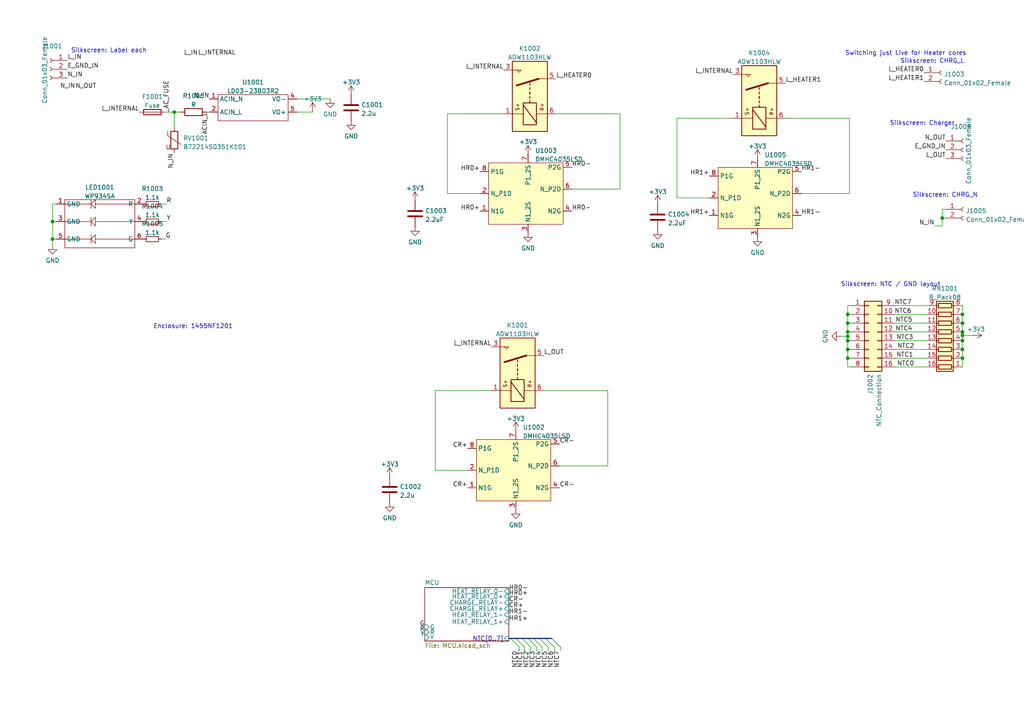
<source format=kicad_sch>
(kicad_sch (version 20211123) (generator eeschema)

  (uuid 832e0dda-77c9-4ce8-8cd7-c3270adebde5)

  (paper "A4")

  (lib_symbols
    (symbol "ACTempDisconnect:DMHC4035LSD" (in_bom yes) (on_board yes)
      (property "Reference" "U" (id 0) (at -10.16 19.05 0)
        (effects (font (size 1.27 1.27)))
      )
      (property "Value" "DMHC4035LSD" (id 1) (at 5.08 20.32 0)
        (effects (font (size 1.27 1.27)))
      )
      (property "Footprint" "" (id 2) (at -1.27 22.86 0)
        (effects (font (size 1.27 1.27)) hide)
      )
      (property "Datasheet" "" (id 3) (at -1.27 22.86 0)
        (effects (font (size 1.27 1.27)) hide)
      )
      (symbol "DMHC4035LSD_0_1"
        (rectangle (start -15.24 17.78) (end 6.35 0)
          (stroke (width 0) (type default) (color 0 0 0 0))
          (fill (type background))
        )
      )
      (symbol "DMHC4035LSD_1_1"
        (pin input line (at -17.78 3.81 0) (length 2.54)
          (name "N1G" (effects (font (size 1.27 1.27))))
          (number "1" (effects (font (size 1.27 1.27))))
        )
        (pin input line (at -17.78 8.89 0) (length 2.54)
          (name "N_P1D" (effects (font (size 1.27 1.27))))
          (number "2" (effects (font (size 1.27 1.27))))
        )
        (pin input line (at -3.81 -2.54 90) (length 2.54)
          (name "N1_2S" (effects (font (size 1.27 1.27))))
          (number "3" (effects (font (size 1.27 1.27))))
        )
        (pin input line (at 8.89 3.81 180) (length 2.54)
          (name "N2G" (effects (font (size 1.27 1.27))))
          (number "4" (effects (font (size 1.27 1.27))))
        )
        (pin input line (at 8.89 16.51 180) (length 2.54)
          (name "P2G" (effects (font (size 1.27 1.27))))
          (number "5" (effects (font (size 1.27 1.27))))
        )
        (pin input line (at 8.89 10.16 180) (length 2.54)
          (name "N_P2D" (effects (font (size 1.27 1.27))))
          (number "6" (effects (font (size 1.27 1.27))))
        )
        (pin input line (at -3.81 20.32 270) (length 2.54)
          (name "P1_2S" (effects (font (size 1.27 1.27))))
          (number "7" (effects (font (size 1.27 1.27))))
        )
        (pin input line (at -17.78 15.24 0) (length 2.54)
          (name "P1G" (effects (font (size 1.27 1.27))))
          (number "8" (effects (font (size 1.27 1.27))))
        )
      )
    )
    (symbol "ACTempDisconnect:LD03-23B03R2" (in_bom yes) (on_board yes)
      (property "Reference" "U" (id 0) (at 0 0 0)
        (effects (font (size 1.27 1.27)))
      )
      (property "Value" "LD03-23B03R2" (id 1) (at 0 -1.27 0)
        (effects (font (size 1.27 1.27)))
      )
      (property "Footprint" "" (id 2) (at 0 0 0)
        (effects (font (size 1.27 1.27)) hide)
      )
      (property "Datasheet" "" (id 3) (at 0 0 0)
        (effects (font (size 1.27 1.27)) hide)
      )
      (symbol "LD03-23B03R2_0_1"
        (rectangle (start -11.43 -2.54) (end 8.89 -10.16)
          (stroke (width 0) (type default) (color 0 0 0 0))
          (fill (type none))
        )
      )
      (symbol "LD03-23B03R2_1_1"
        (pin power_in line (at -13.97 -3.81 0) (length 2.54)
          (name "ACIN_N" (effects (font (size 1.27 1.27))))
          (number "1" (effects (font (size 1.27 1.27))))
        )
        (pin power_in line (at -13.97 -7.62 0) (length 2.54)
          (name "ACIN_L" (effects (font (size 1.27 1.27))))
          (number "2" (effects (font (size 1.27 1.27))))
        )
        (pin power_out line (at 11.43 -3.81 180) (length 2.54)
          (name "VO-" (effects (font (size 1.27 1.27))))
          (number "4" (effects (font (size 1.27 1.27))))
        )
        (pin power_out line (at 11.43 -7.62 180) (length 2.54)
          (name "VO+" (effects (font (size 1.27 1.27))))
          (number "5" (effects (font (size 1.27 1.27))))
        )
      )
    )
    (symbol "ACTempDisconnect:WP934SA" (in_bom yes) (on_board yes)
      (property "Reference" "LED" (id 0) (at 0 -10.16 0)
        (effects (font (size 1.27 1.27)))
      )
      (property "Value" "WP934SA" (id 1) (at -1.27 6.35 0)
        (effects (font (size 1.27 1.27)))
      )
      (property "Footprint" "" (id 2) (at 0 0 0)
        (effects (font (size 1.27 1.27)) hide)
      )
      (property "Datasheet" "" (id 3) (at 0 0 0)
        (effects (font (size 1.27 1.27)) hide)
      )
      (symbol "WP934SA_0_1"
        (rectangle (start -10.16 5.08) (end 10.16 -8.89)
          (stroke (width 0) (type default) (color 0 0 0 0))
          (fill (type none))
        )
        (polyline
          (pts
            (xy -2.54 -6.35)
            (xy -10.16 -6.35)
          )
          (stroke (width 0) (type default) (color 0 0 0 0))
          (fill (type none))
        )
        (polyline
          (pts
            (xy -2.54 -5.08)
            (xy -2.54 -7.62)
          )
          (stroke (width 0) (type default) (color 0 0 0 0))
          (fill (type none))
        )
        (polyline
          (pts
            (xy -2.54 -1.27)
            (xy -10.16 -1.27)
          )
          (stroke (width 0) (type default) (color 0 0 0 0))
          (fill (type none))
        )
        (polyline
          (pts
            (xy -2.54 0)
            (xy -2.54 -2.54)
          )
          (stroke (width 0) (type default) (color 0 0 0 0))
          (fill (type none))
        )
        (polyline
          (pts
            (xy -2.54 3.81)
            (xy -10.16 3.81)
          )
          (stroke (width 0) (type default) (color 0 0 0 0))
          (fill (type none))
        )
        (polyline
          (pts
            (xy -2.54 5.08)
            (xy -2.54 2.54)
          )
          (stroke (width 0) (type default) (color 0 0 0 0))
          (fill (type none))
        )
        (polyline
          (pts
            (xy -1.27 -6.35)
            (xy 10.16 -6.35)
          )
          (stroke (width 0) (type default) (color 0 0 0 0))
          (fill (type none))
        )
        (polyline
          (pts
            (xy -1.27 -1.27)
            (xy 10.16 -1.27)
          )
          (stroke (width 0) (type default) (color 0 0 0 0))
          (fill (type none))
        )
        (polyline
          (pts
            (xy -1.27 3.81)
            (xy 10.16 3.81)
          )
          (stroke (width 0) (type default) (color 0 0 0 0))
          (fill (type none))
        )
        (polyline
          (pts
            (xy -2.54 -6.35)
            (xy -1.27 -5.08)
            (xy -1.27 -7.62)
            (xy -2.54 -6.35)
          )
          (stroke (width 0) (type default) (color 0 0 0 0))
          (fill (type none))
        )
        (polyline
          (pts
            (xy -2.54 -1.27)
            (xy -1.27 0)
            (xy -1.27 -2.54)
            (xy -2.54 -1.27)
          )
          (stroke (width 0) (type default) (color 0 0 0 0))
          (fill (type none))
        )
        (polyline
          (pts
            (xy -2.54 3.81)
            (xy -1.27 5.08)
            (xy -1.27 2.54)
            (xy -2.54 3.81)
          )
          (stroke (width 0) (type default) (color 0 0 0 0))
          (fill (type none))
        )
      )
      (symbol "WP934SA_1_1"
        (pin power_in line (at -12.7 3.81 0) (length 2.54)
          (name "GND" (effects (font (size 1.27 1.27))))
          (number "1" (effects (font (size 1.27 1.27))))
        )
        (pin input line (at 12.7 3.81 180) (length 2.54)
          (name "R" (effects (font (size 1.27 1.27))))
          (number "2" (effects (font (size 1.27 1.27))))
        )
        (pin power_in line (at -12.7 -1.27 0) (length 2.54)
          (name "GND" (effects (font (size 1.27 1.27))))
          (number "3" (effects (font (size 1.27 1.27))))
        )
        (pin input line (at 12.7 -1.27 180) (length 2.54)
          (name "Y" (effects (font (size 1.27 1.27))))
          (number "4" (effects (font (size 1.27 1.27))))
        )
        (pin power_in line (at -12.7 -6.35 0) (length 2.54)
          (name "GND" (effects (font (size 1.27 1.27))))
          (number "5" (effects (font (size 1.27 1.27))))
        )
        (pin input line (at 12.7 -6.35 180) (length 2.54)
          (name "G" (effects (font (size 1.27 1.27))))
          (number "6" (effects (font (size 1.27 1.27))))
        )
      )
    )
    (symbol "Connector:Conn_01x02_Female" (pin_names (offset 1.016) hide) (in_bom yes) (on_board yes)
      (property "Reference" "J" (id 0) (at 0 2.54 0)
        (effects (font (size 1.27 1.27)))
      )
      (property "Value" "Conn_01x02_Female" (id 1) (at 0 -5.08 0)
        (effects (font (size 1.27 1.27)))
      )
      (property "Footprint" "" (id 2) (at 0 0 0)
        (effects (font (size 1.27 1.27)) hide)
      )
      (property "Datasheet" "~" (id 3) (at 0 0 0)
        (effects (font (size 1.27 1.27)) hide)
      )
      (property "ki_keywords" "connector" (id 4) (at 0 0 0)
        (effects (font (size 1.27 1.27)) hide)
      )
      (property "ki_description" "Generic connector, single row, 01x02, script generated (kicad-library-utils/schlib/autogen/connector/)" (id 5) (at 0 0 0)
        (effects (font (size 1.27 1.27)) hide)
      )
      (property "ki_fp_filters" "Connector*:*_1x??_*" (id 6) (at 0 0 0)
        (effects (font (size 1.27 1.27)) hide)
      )
      (symbol "Conn_01x02_Female_1_1"
        (arc (start 0 -2.032) (mid -0.508 -2.54) (end 0 -3.048)
          (stroke (width 0.1524) (type default) (color 0 0 0 0))
          (fill (type none))
        )
        (polyline
          (pts
            (xy -1.27 -2.54)
            (xy -0.508 -2.54)
          )
          (stroke (width 0.1524) (type default) (color 0 0 0 0))
          (fill (type none))
        )
        (polyline
          (pts
            (xy -1.27 0)
            (xy -0.508 0)
          )
          (stroke (width 0.1524) (type default) (color 0 0 0 0))
          (fill (type none))
        )
        (arc (start 0 0.508) (mid -0.508 0) (end 0 -0.508)
          (stroke (width 0.1524) (type default) (color 0 0 0 0))
          (fill (type none))
        )
        (pin passive line (at -5.08 0 0) (length 3.81)
          (name "Pin_1" (effects (font (size 1.27 1.27))))
          (number "1" (effects (font (size 1.27 1.27))))
        )
        (pin passive line (at -5.08 -2.54 0) (length 3.81)
          (name "Pin_2" (effects (font (size 1.27 1.27))))
          (number "2" (effects (font (size 1.27 1.27))))
        )
      )
    )
    (symbol "Connector:Conn_01x03_Female" (pin_names (offset 1.016) hide) (in_bom yes) (on_board yes)
      (property "Reference" "J" (id 0) (at 0 5.08 0)
        (effects (font (size 1.27 1.27)))
      )
      (property "Value" "Conn_01x03_Female" (id 1) (at 0 -5.08 0)
        (effects (font (size 1.27 1.27)))
      )
      (property "Footprint" "" (id 2) (at 0 0 0)
        (effects (font (size 1.27 1.27)) hide)
      )
      (property "Datasheet" "~" (id 3) (at 0 0 0)
        (effects (font (size 1.27 1.27)) hide)
      )
      (property "ki_keywords" "connector" (id 4) (at 0 0 0)
        (effects (font (size 1.27 1.27)) hide)
      )
      (property "ki_description" "Generic connector, single row, 01x03, script generated (kicad-library-utils/schlib/autogen/connector/)" (id 5) (at 0 0 0)
        (effects (font (size 1.27 1.27)) hide)
      )
      (property "ki_fp_filters" "Connector*:*_1x??_*" (id 6) (at 0 0 0)
        (effects (font (size 1.27 1.27)) hide)
      )
      (symbol "Conn_01x03_Female_1_1"
        (arc (start 0 -2.032) (mid -0.508 -2.54) (end 0 -3.048)
          (stroke (width 0.1524) (type default) (color 0 0 0 0))
          (fill (type none))
        )
        (polyline
          (pts
            (xy -1.27 -2.54)
            (xy -0.508 -2.54)
          )
          (stroke (width 0.1524) (type default) (color 0 0 0 0))
          (fill (type none))
        )
        (polyline
          (pts
            (xy -1.27 0)
            (xy -0.508 0)
          )
          (stroke (width 0.1524) (type default) (color 0 0 0 0))
          (fill (type none))
        )
        (polyline
          (pts
            (xy -1.27 2.54)
            (xy -0.508 2.54)
          )
          (stroke (width 0.1524) (type default) (color 0 0 0 0))
          (fill (type none))
        )
        (arc (start 0 0.508) (mid -0.508 0) (end 0 -0.508)
          (stroke (width 0.1524) (type default) (color 0 0 0 0))
          (fill (type none))
        )
        (arc (start 0 3.048) (mid -0.508 2.54) (end 0 2.032)
          (stroke (width 0.1524) (type default) (color 0 0 0 0))
          (fill (type none))
        )
        (pin passive line (at -5.08 2.54 0) (length 3.81)
          (name "Pin_1" (effects (font (size 1.27 1.27))))
          (number "1" (effects (font (size 1.27 1.27))))
        )
        (pin passive line (at -5.08 0 0) (length 3.81)
          (name "Pin_2" (effects (font (size 1.27 1.27))))
          (number "2" (effects (font (size 1.27 1.27))))
        )
        (pin passive line (at -5.08 -2.54 0) (length 3.81)
          (name "Pin_3" (effects (font (size 1.27 1.27))))
          (number "3" (effects (font (size 1.27 1.27))))
        )
      )
    )
    (symbol "Connector_Generic:Conn_02x08_Top_Bottom" (pin_names (offset 1.016) hide) (in_bom yes) (on_board yes)
      (property "Reference" "J" (id 0) (at 1.27 10.16 0)
        (effects (font (size 1.27 1.27)))
      )
      (property "Value" "Conn_02x08_Top_Bottom" (id 1) (at 1.27 -12.7 0)
        (effects (font (size 1.27 1.27)))
      )
      (property "Footprint" "" (id 2) (at 0 0 0)
        (effects (font (size 1.27 1.27)) hide)
      )
      (property "Datasheet" "~" (id 3) (at 0 0 0)
        (effects (font (size 1.27 1.27)) hide)
      )
      (property "ki_keywords" "connector" (id 4) (at 0 0 0)
        (effects (font (size 1.27 1.27)) hide)
      )
      (property "ki_description" "Generic connector, double row, 02x08, top/bottom pin numbering scheme (row 1: 1...pins_per_row, row2: pins_per_row+1 ... num_pins), script generated (kicad-library-utils/schlib/autogen/connector/)" (id 5) (at 0 0 0)
        (effects (font (size 1.27 1.27)) hide)
      )
      (property "ki_fp_filters" "Connector*:*_2x??_*" (id 6) (at 0 0 0)
        (effects (font (size 1.27 1.27)) hide)
      )
      (symbol "Conn_02x08_Top_Bottom_1_1"
        (rectangle (start -1.27 -10.033) (end 0 -10.287)
          (stroke (width 0.1524) (type default) (color 0 0 0 0))
          (fill (type none))
        )
        (rectangle (start -1.27 -7.493) (end 0 -7.747)
          (stroke (width 0.1524) (type default) (color 0 0 0 0))
          (fill (type none))
        )
        (rectangle (start -1.27 -4.953) (end 0 -5.207)
          (stroke (width 0.1524) (type default) (color 0 0 0 0))
          (fill (type none))
        )
        (rectangle (start -1.27 -2.413) (end 0 -2.667)
          (stroke (width 0.1524) (type default) (color 0 0 0 0))
          (fill (type none))
        )
        (rectangle (start -1.27 0.127) (end 0 -0.127)
          (stroke (width 0.1524) (type default) (color 0 0 0 0))
          (fill (type none))
        )
        (rectangle (start -1.27 2.667) (end 0 2.413)
          (stroke (width 0.1524) (type default) (color 0 0 0 0))
          (fill (type none))
        )
        (rectangle (start -1.27 5.207) (end 0 4.953)
          (stroke (width 0.1524) (type default) (color 0 0 0 0))
          (fill (type none))
        )
        (rectangle (start -1.27 7.747) (end 0 7.493)
          (stroke (width 0.1524) (type default) (color 0 0 0 0))
          (fill (type none))
        )
        (rectangle (start -1.27 8.89) (end 3.81 -11.43)
          (stroke (width 0.254) (type default) (color 0 0 0 0))
          (fill (type background))
        )
        (rectangle (start 3.81 -10.033) (end 2.54 -10.287)
          (stroke (width 0.1524) (type default) (color 0 0 0 0))
          (fill (type none))
        )
        (rectangle (start 3.81 -7.493) (end 2.54 -7.747)
          (stroke (width 0.1524) (type default) (color 0 0 0 0))
          (fill (type none))
        )
        (rectangle (start 3.81 -4.953) (end 2.54 -5.207)
          (stroke (width 0.1524) (type default) (color 0 0 0 0))
          (fill (type none))
        )
        (rectangle (start 3.81 -2.413) (end 2.54 -2.667)
          (stroke (width 0.1524) (type default) (color 0 0 0 0))
          (fill (type none))
        )
        (rectangle (start 3.81 0.127) (end 2.54 -0.127)
          (stroke (width 0.1524) (type default) (color 0 0 0 0))
          (fill (type none))
        )
        (rectangle (start 3.81 2.667) (end 2.54 2.413)
          (stroke (width 0.1524) (type default) (color 0 0 0 0))
          (fill (type none))
        )
        (rectangle (start 3.81 5.207) (end 2.54 4.953)
          (stroke (width 0.1524) (type default) (color 0 0 0 0))
          (fill (type none))
        )
        (rectangle (start 3.81 7.747) (end 2.54 7.493)
          (stroke (width 0.1524) (type default) (color 0 0 0 0))
          (fill (type none))
        )
        (pin passive line (at -5.08 7.62 0) (length 3.81)
          (name "Pin_1" (effects (font (size 1.27 1.27))))
          (number "1" (effects (font (size 1.27 1.27))))
        )
        (pin passive line (at 7.62 5.08 180) (length 3.81)
          (name "Pin_10" (effects (font (size 1.27 1.27))))
          (number "10" (effects (font (size 1.27 1.27))))
        )
        (pin passive line (at 7.62 2.54 180) (length 3.81)
          (name "Pin_11" (effects (font (size 1.27 1.27))))
          (number "11" (effects (font (size 1.27 1.27))))
        )
        (pin passive line (at 7.62 0 180) (length 3.81)
          (name "Pin_12" (effects (font (size 1.27 1.27))))
          (number "12" (effects (font (size 1.27 1.27))))
        )
        (pin passive line (at 7.62 -2.54 180) (length 3.81)
          (name "Pin_13" (effects (font (size 1.27 1.27))))
          (number "13" (effects (font (size 1.27 1.27))))
        )
        (pin passive line (at 7.62 -5.08 180) (length 3.81)
          (name "Pin_14" (effects (font (size 1.27 1.27))))
          (number "14" (effects (font (size 1.27 1.27))))
        )
        (pin passive line (at 7.62 -7.62 180) (length 3.81)
          (name "Pin_15" (effects (font (size 1.27 1.27))))
          (number "15" (effects (font (size 1.27 1.27))))
        )
        (pin passive line (at 7.62 -10.16 180) (length 3.81)
          (name "Pin_16" (effects (font (size 1.27 1.27))))
          (number "16" (effects (font (size 1.27 1.27))))
        )
        (pin passive line (at -5.08 5.08 0) (length 3.81)
          (name "Pin_2" (effects (font (size 1.27 1.27))))
          (number "2" (effects (font (size 1.27 1.27))))
        )
        (pin passive line (at -5.08 2.54 0) (length 3.81)
          (name "Pin_3" (effects (font (size 1.27 1.27))))
          (number "3" (effects (font (size 1.27 1.27))))
        )
        (pin passive line (at -5.08 0 0) (length 3.81)
          (name "Pin_4" (effects (font (size 1.27 1.27))))
          (number "4" (effects (font (size 1.27 1.27))))
        )
        (pin passive line (at -5.08 -2.54 0) (length 3.81)
          (name "Pin_5" (effects (font (size 1.27 1.27))))
          (number "5" (effects (font (size 1.27 1.27))))
        )
        (pin passive line (at -5.08 -5.08 0) (length 3.81)
          (name "Pin_6" (effects (font (size 1.27 1.27))))
          (number "6" (effects (font (size 1.27 1.27))))
        )
        (pin passive line (at -5.08 -7.62 0) (length 3.81)
          (name "Pin_7" (effects (font (size 1.27 1.27))))
          (number "7" (effects (font (size 1.27 1.27))))
        )
        (pin passive line (at -5.08 -10.16 0) (length 3.81)
          (name "Pin_8" (effects (font (size 1.27 1.27))))
          (number "8" (effects (font (size 1.27 1.27))))
        )
        (pin passive line (at 7.62 7.62 180) (length 3.81)
          (name "Pin_9" (effects (font (size 1.27 1.27))))
          (number "9" (effects (font (size 1.27 1.27))))
        )
      )
    )
    (symbol "Device:C" (pin_numbers hide) (pin_names (offset 0.254)) (in_bom yes) (on_board yes)
      (property "Reference" "C" (id 0) (at 0.635 2.54 0)
        (effects (font (size 1.27 1.27)) (justify left))
      )
      (property "Value" "C" (id 1) (at 0.635 -2.54 0)
        (effects (font (size 1.27 1.27)) (justify left))
      )
      (property "Footprint" "" (id 2) (at 0.9652 -3.81 0)
        (effects (font (size 1.27 1.27)) hide)
      )
      (property "Datasheet" "~" (id 3) (at 0 0 0)
        (effects (font (size 1.27 1.27)) hide)
      )
      (property "ki_keywords" "cap capacitor" (id 4) (at 0 0 0)
        (effects (font (size 1.27 1.27)) hide)
      )
      (property "ki_description" "Unpolarized capacitor" (id 5) (at 0 0 0)
        (effects (font (size 1.27 1.27)) hide)
      )
      (property "ki_fp_filters" "C_*" (id 6) (at 0 0 0)
        (effects (font (size 1.27 1.27)) hide)
      )
      (symbol "C_0_1"
        (polyline
          (pts
            (xy -2.032 -0.762)
            (xy 2.032 -0.762)
          )
          (stroke (width 0.508) (type default) (color 0 0 0 0))
          (fill (type none))
        )
        (polyline
          (pts
            (xy -2.032 0.762)
            (xy 2.032 0.762)
          )
          (stroke (width 0.508) (type default) (color 0 0 0 0))
          (fill (type none))
        )
      )
      (symbol "C_1_1"
        (pin passive line (at 0 3.81 270) (length 2.794)
          (name "~" (effects (font (size 1.27 1.27))))
          (number "1" (effects (font (size 1.27 1.27))))
        )
        (pin passive line (at 0 -3.81 90) (length 2.794)
          (name "~" (effects (font (size 1.27 1.27))))
          (number "2" (effects (font (size 1.27 1.27))))
        )
      )
    )
    (symbol "Device:Fuse" (pin_numbers hide) (pin_names (offset 0)) (in_bom yes) (on_board yes)
      (property "Reference" "F" (id 0) (at 2.032 0 90)
        (effects (font (size 1.27 1.27)))
      )
      (property "Value" "Fuse" (id 1) (at -1.905 0 90)
        (effects (font (size 1.27 1.27)))
      )
      (property "Footprint" "" (id 2) (at -1.778 0 90)
        (effects (font (size 1.27 1.27)) hide)
      )
      (property "Datasheet" "~" (id 3) (at 0 0 0)
        (effects (font (size 1.27 1.27)) hide)
      )
      (property "ki_keywords" "fuse" (id 4) (at 0 0 0)
        (effects (font (size 1.27 1.27)) hide)
      )
      (property "ki_description" "Fuse" (id 5) (at 0 0 0)
        (effects (font (size 1.27 1.27)) hide)
      )
      (property "ki_fp_filters" "*Fuse*" (id 6) (at 0 0 0)
        (effects (font (size 1.27 1.27)) hide)
      )
      (symbol "Fuse_0_1"
        (rectangle (start -0.762 -2.54) (end 0.762 2.54)
          (stroke (width 0.254) (type default) (color 0 0 0 0))
          (fill (type none))
        )
        (polyline
          (pts
            (xy 0 2.54)
            (xy 0 -2.54)
          )
          (stroke (width 0) (type default) (color 0 0 0 0))
          (fill (type none))
        )
      )
      (symbol "Fuse_1_1"
        (pin passive line (at 0 3.81 270) (length 1.27)
          (name "~" (effects (font (size 1.27 1.27))))
          (number "1" (effects (font (size 1.27 1.27))))
        )
        (pin passive line (at 0 -3.81 90) (length 1.27)
          (name "~" (effects (font (size 1.27 1.27))))
          (number "2" (effects (font (size 1.27 1.27))))
        )
      )
    )
    (symbol "Device:R" (pin_numbers hide) (pin_names (offset 0)) (in_bom yes) (on_board yes)
      (property "Reference" "R" (id 0) (at 2.032 0 90)
        (effects (font (size 1.27 1.27)))
      )
      (property "Value" "R" (id 1) (at 0 0 90)
        (effects (font (size 1.27 1.27)))
      )
      (property "Footprint" "" (id 2) (at -1.778 0 90)
        (effects (font (size 1.27 1.27)) hide)
      )
      (property "Datasheet" "~" (id 3) (at 0 0 0)
        (effects (font (size 1.27 1.27)) hide)
      )
      (property "ki_keywords" "R res resistor" (id 4) (at 0 0 0)
        (effects (font (size 1.27 1.27)) hide)
      )
      (property "ki_description" "Resistor" (id 5) (at 0 0 0)
        (effects (font (size 1.27 1.27)) hide)
      )
      (property "ki_fp_filters" "R_*" (id 6) (at 0 0 0)
        (effects (font (size 1.27 1.27)) hide)
      )
      (symbol "R_0_1"
        (rectangle (start -1.016 -2.54) (end 1.016 2.54)
          (stroke (width 0.254) (type default) (color 0 0 0 0))
          (fill (type none))
        )
      )
      (symbol "R_1_1"
        (pin passive line (at 0 3.81 270) (length 1.27)
          (name "~" (effects (font (size 1.27 1.27))))
          (number "1" (effects (font (size 1.27 1.27))))
        )
        (pin passive line (at 0 -3.81 90) (length 1.27)
          (name "~" (effects (font (size 1.27 1.27))))
          (number "2" (effects (font (size 1.27 1.27))))
        )
      )
    )
    (symbol "Device:R_Pack08" (pin_names (offset 0) hide) (in_bom yes) (on_board yes)
      (property "Reference" "RN" (id 0) (at -12.7 0 90)
        (effects (font (size 1.27 1.27)))
      )
      (property "Value" "R_Pack08" (id 1) (at 10.16 0 90)
        (effects (font (size 1.27 1.27)))
      )
      (property "Footprint" "" (id 2) (at 12.065 0 90)
        (effects (font (size 1.27 1.27)) hide)
      )
      (property "Datasheet" "~" (id 3) (at 0 0 0)
        (effects (font (size 1.27 1.27)) hide)
      )
      (property "ki_keywords" "R network parallel topology isolated" (id 4) (at 0 0 0)
        (effects (font (size 1.27 1.27)) hide)
      )
      (property "ki_description" "8 resistor network, parallel topology" (id 5) (at 0 0 0)
        (effects (font (size 1.27 1.27)) hide)
      )
      (property "ki_fp_filters" "DIP* SOIC* R*Array*Concave* R*Array*Convex*" (id 6) (at 0 0 0)
        (effects (font (size 1.27 1.27)) hide)
      )
      (symbol "R_Pack08_0_1"
        (rectangle (start -11.43 -2.413) (end 8.89 2.413)
          (stroke (width 0.254) (type default) (color 0 0 0 0))
          (fill (type background))
        )
        (rectangle (start -10.795 1.905) (end -9.525 -1.905)
          (stroke (width 0.254) (type default) (color 0 0 0 0))
          (fill (type none))
        )
        (rectangle (start -8.255 1.905) (end -6.985 -1.905)
          (stroke (width 0.254) (type default) (color 0 0 0 0))
          (fill (type none))
        )
        (rectangle (start -5.715 1.905) (end -4.445 -1.905)
          (stroke (width 0.254) (type default) (color 0 0 0 0))
          (fill (type none))
        )
        (rectangle (start -3.175 1.905) (end -1.905 -1.905)
          (stroke (width 0.254) (type default) (color 0 0 0 0))
          (fill (type none))
        )
        (rectangle (start -0.635 1.905) (end 0.635 -1.905)
          (stroke (width 0.254) (type default) (color 0 0 0 0))
          (fill (type none))
        )
        (polyline
          (pts
            (xy -10.16 -2.54)
            (xy -10.16 -1.905)
          )
          (stroke (width 0) (type default) (color 0 0 0 0))
          (fill (type none))
        )
        (polyline
          (pts
            (xy -10.16 1.905)
            (xy -10.16 2.54)
          )
          (stroke (width 0) (type default) (color 0 0 0 0))
          (fill (type none))
        )
        (polyline
          (pts
            (xy -7.62 -2.54)
            (xy -7.62 -1.905)
          )
          (stroke (width 0) (type default) (color 0 0 0 0))
          (fill (type none))
        )
        (polyline
          (pts
            (xy -7.62 1.905)
            (xy -7.62 2.54)
          )
          (stroke (width 0) (type default) (color 0 0 0 0))
          (fill (type none))
        )
        (polyline
          (pts
            (xy -5.08 -2.54)
            (xy -5.08 -1.905)
          )
          (stroke (width 0) (type default) (color 0 0 0 0))
          (fill (type none))
        )
        (polyline
          (pts
            (xy -5.08 1.905)
            (xy -5.08 2.54)
          )
          (stroke (width 0) (type default) (color 0 0 0 0))
          (fill (type none))
        )
        (polyline
          (pts
            (xy -2.54 -2.54)
            (xy -2.54 -1.905)
          )
          (stroke (width 0) (type default) (color 0 0 0 0))
          (fill (type none))
        )
        (polyline
          (pts
            (xy -2.54 1.905)
            (xy -2.54 2.54)
          )
          (stroke (width 0) (type default) (color 0 0 0 0))
          (fill (type none))
        )
        (polyline
          (pts
            (xy 0 -2.54)
            (xy 0 -1.905)
          )
          (stroke (width 0) (type default) (color 0 0 0 0))
          (fill (type none))
        )
        (polyline
          (pts
            (xy 0 1.905)
            (xy 0 2.54)
          )
          (stroke (width 0) (type default) (color 0 0 0 0))
          (fill (type none))
        )
        (polyline
          (pts
            (xy 2.54 -2.54)
            (xy 2.54 -1.905)
          )
          (stroke (width 0) (type default) (color 0 0 0 0))
          (fill (type none))
        )
        (polyline
          (pts
            (xy 2.54 1.905)
            (xy 2.54 2.54)
          )
          (stroke (width 0) (type default) (color 0 0 0 0))
          (fill (type none))
        )
        (polyline
          (pts
            (xy 5.08 -2.54)
            (xy 5.08 -1.905)
          )
          (stroke (width 0) (type default) (color 0 0 0 0))
          (fill (type none))
        )
        (polyline
          (pts
            (xy 5.08 1.905)
            (xy 5.08 2.54)
          )
          (stroke (width 0) (type default) (color 0 0 0 0))
          (fill (type none))
        )
        (polyline
          (pts
            (xy 7.62 -2.54)
            (xy 7.62 -1.905)
          )
          (stroke (width 0) (type default) (color 0 0 0 0))
          (fill (type none))
        )
        (polyline
          (pts
            (xy 7.62 1.905)
            (xy 7.62 2.54)
          )
          (stroke (width 0) (type default) (color 0 0 0 0))
          (fill (type none))
        )
        (rectangle (start 1.905 1.905) (end 3.175 -1.905)
          (stroke (width 0.254) (type default) (color 0 0 0 0))
          (fill (type none))
        )
        (rectangle (start 4.445 1.905) (end 5.715 -1.905)
          (stroke (width 0.254) (type default) (color 0 0 0 0))
          (fill (type none))
        )
        (rectangle (start 6.985 1.905) (end 8.255 -1.905)
          (stroke (width 0.254) (type default) (color 0 0 0 0))
          (fill (type none))
        )
      )
      (symbol "R_Pack08_1_1"
        (pin passive line (at -10.16 -5.08 90) (length 2.54)
          (name "R1.1" (effects (font (size 1.27 1.27))))
          (number "1" (effects (font (size 1.27 1.27))))
        )
        (pin passive line (at 5.08 5.08 270) (length 2.54)
          (name "R7.2" (effects (font (size 1.27 1.27))))
          (number "10" (effects (font (size 1.27 1.27))))
        )
        (pin passive line (at 2.54 5.08 270) (length 2.54)
          (name "R6.2" (effects (font (size 1.27 1.27))))
          (number "11" (effects (font (size 1.27 1.27))))
        )
        (pin passive line (at 0 5.08 270) (length 2.54)
          (name "R5.2" (effects (font (size 1.27 1.27))))
          (number "12" (effects (font (size 1.27 1.27))))
        )
        (pin passive line (at -2.54 5.08 270) (length 2.54)
          (name "R4.2" (effects (font (size 1.27 1.27))))
          (number "13" (effects (font (size 1.27 1.27))))
        )
        (pin passive line (at -5.08 5.08 270) (length 2.54)
          (name "R3.2" (effects (font (size 1.27 1.27))))
          (number "14" (effects (font (size 1.27 1.27))))
        )
        (pin passive line (at -7.62 5.08 270) (length 2.54)
          (name "R2.2" (effects (font (size 1.27 1.27))))
          (number "15" (effects (font (size 1.27 1.27))))
        )
        (pin passive line (at -10.16 5.08 270) (length 2.54)
          (name "R1.2" (effects (font (size 1.27 1.27))))
          (number "16" (effects (font (size 1.27 1.27))))
        )
        (pin passive line (at -7.62 -5.08 90) (length 2.54)
          (name "R2.1" (effects (font (size 1.27 1.27))))
          (number "2" (effects (font (size 1.27 1.27))))
        )
        (pin passive line (at -5.08 -5.08 90) (length 2.54)
          (name "R3.1" (effects (font (size 1.27 1.27))))
          (number "3" (effects (font (size 1.27 1.27))))
        )
        (pin passive line (at -2.54 -5.08 90) (length 2.54)
          (name "R4.1" (effects (font (size 1.27 1.27))))
          (number "4" (effects (font (size 1.27 1.27))))
        )
        (pin passive line (at 0 -5.08 90) (length 2.54)
          (name "R5.1" (effects (font (size 1.27 1.27))))
          (number "5" (effects (font (size 1.27 1.27))))
        )
        (pin passive line (at 2.54 -5.08 90) (length 2.54)
          (name "R6.1" (effects (font (size 1.27 1.27))))
          (number "6" (effects (font (size 1.27 1.27))))
        )
        (pin passive line (at 5.08 -5.08 90) (length 2.54)
          (name "R7.1" (effects (font (size 1.27 1.27))))
          (number "7" (effects (font (size 1.27 1.27))))
        )
        (pin passive line (at 7.62 -5.08 90) (length 2.54)
          (name "R8.1" (effects (font (size 1.27 1.27))))
          (number "8" (effects (font (size 1.27 1.27))))
        )
        (pin passive line (at 7.62 5.08 270) (length 2.54)
          (name "R8.2" (effects (font (size 1.27 1.27))))
          (number "9" (effects (font (size 1.27 1.27))))
        )
      )
    )
    (symbol "Device:R_Small" (pin_numbers hide) (pin_names (offset 0.254) hide) (in_bom yes) (on_board yes)
      (property "Reference" "R" (id 0) (at 0.762 0.508 0)
        (effects (font (size 1.27 1.27)) (justify left))
      )
      (property "Value" "R_Small" (id 1) (at 0.762 -1.016 0)
        (effects (font (size 1.27 1.27)) (justify left))
      )
      (property "Footprint" "" (id 2) (at 0 0 0)
        (effects (font (size 1.27 1.27)) hide)
      )
      (property "Datasheet" "~" (id 3) (at 0 0 0)
        (effects (font (size 1.27 1.27)) hide)
      )
      (property "ki_keywords" "R resistor" (id 4) (at 0 0 0)
        (effects (font (size 1.27 1.27)) hide)
      )
      (property "ki_description" "Resistor, small symbol" (id 5) (at 0 0 0)
        (effects (font (size 1.27 1.27)) hide)
      )
      (property "ki_fp_filters" "R_*" (id 6) (at 0 0 0)
        (effects (font (size 1.27 1.27)) hide)
      )
      (symbol "R_Small_0_1"
        (rectangle (start -0.762 1.778) (end 0.762 -1.778)
          (stroke (width 0.2032) (type default) (color 0 0 0 0))
          (fill (type none))
        )
      )
      (symbol "R_Small_1_1"
        (pin passive line (at 0 2.54 270) (length 0.762)
          (name "~" (effects (font (size 1.27 1.27))))
          (number "1" (effects (font (size 1.27 1.27))))
        )
        (pin passive line (at 0 -2.54 90) (length 0.762)
          (name "~" (effects (font (size 1.27 1.27))))
          (number "2" (effects (font (size 1.27 1.27))))
        )
      )
    )
    (symbol "Device:Varistor" (pin_numbers hide) (pin_names (offset 0)) (in_bom yes) (on_board yes)
      (property "Reference" "RV" (id 0) (at 3.175 0 90)
        (effects (font (size 1.27 1.27)))
      )
      (property "Value" "Varistor" (id 1) (at -3.175 0 90)
        (effects (font (size 1.27 1.27)))
      )
      (property "Footprint" "" (id 2) (at -1.778 0 90)
        (effects (font (size 1.27 1.27)) hide)
      )
      (property "Datasheet" "~" (id 3) (at 0 0 0)
        (effects (font (size 1.27 1.27)) hide)
      )
      (property "ki_keywords" "VDR resistance" (id 4) (at 0 0 0)
        (effects (font (size 1.27 1.27)) hide)
      )
      (property "ki_description" "Voltage dependent resistor" (id 5) (at 0 0 0)
        (effects (font (size 1.27 1.27)) hide)
      )
      (property "ki_fp_filters" "RV_* Varistor*" (id 6) (at 0 0 0)
        (effects (font (size 1.27 1.27)) hide)
      )
      (symbol "Varistor_0_0"
        (text "U" (at -1.778 -2.032 0)
          (effects (font (size 1.27 1.27)))
        )
      )
      (symbol "Varistor_0_1"
        (rectangle (start -1.016 -2.54) (end 1.016 2.54)
          (stroke (width 0.254) (type default) (color 0 0 0 0))
          (fill (type none))
        )
        (polyline
          (pts
            (xy -1.905 2.54)
            (xy -1.905 1.27)
            (xy 1.905 -1.27)
          )
          (stroke (width 0) (type default) (color 0 0 0 0))
          (fill (type none))
        )
      )
      (symbol "Varistor_1_1"
        (pin passive line (at 0 3.81 270) (length 1.27)
          (name "~" (effects (font (size 1.27 1.27))))
          (number "1" (effects (font (size 1.27 1.27))))
        )
        (pin passive line (at 0 -3.81 90) (length 1.27)
          (name "~" (effects (font (size 1.27 1.27))))
          (number "2" (effects (font (size 1.27 1.27))))
        )
      )
    )
    (symbol "Relay:ADW11" (in_bom yes) (on_board yes)
      (property "Reference" "K" (id 0) (at 11.43 3.81 0)
        (effects (font (size 1.27 1.27)))
      )
      (property "Value" "ADW11" (id 1) (at 13.97 1.27 0)
        (effects (font (size 1.27 1.27)))
      )
      (property "Footprint" "Relay_THT:Relay_1P1T_NO_10x24x18.8mm_Panasonic_ADW11xxxxW_THT" (id 2) (at 33.655 -1.27 0)
        (effects (font (size 1.27 1.27)) hide)
      )
      (property "Datasheet" "https://www.panasonic-electric-works.com/pew/es/downloads/ds_dw_hl_en.pdf" (id 3) (at 0 0 0)
        (effects (font (size 1.27 1.27)) hide)
      )
      (property "ki_keywords" "SPST 1P1T" (id 4) (at 0 0 0)
        (effects (font (size 1.27 1.27)) hide)
      )
      (property "ki_description" "Panasonic, 8A/16A, Small Polarized Latching Power Relays, Single coil, 1 Form A" (id 5) (at 0 0 0)
        (effects (font (size 1.27 1.27)) hide)
      )
      (property "ki_fp_filters" "Relay*1P1T*NO*Panasonic*ADW11xxxxW*" (id 6) (at 0 0 0)
        (effects (font (size 1.27 1.27)) hide)
      )
      (symbol "ADW11_1_1"
        (rectangle (start -10.16 5.08) (end 10.16 -5.08)
          (stroke (width 0.254) (type default) (color 0 0 0 0))
          (fill (type background))
        )
        (rectangle (start -8.255 1.905) (end -1.905 -1.905)
          (stroke (width 0.254) (type default) (color 0 0 0 0))
          (fill (type none))
        )
        (polyline
          (pts
            (xy -7.62 -1.905)
            (xy -2.54 1.905)
          )
          (stroke (width 0.254) (type default) (color 0 0 0 0))
          (fill (type none))
        )
        (polyline
          (pts
            (xy -5.08 -5.08)
            (xy -5.08 -1.905)
          )
          (stroke (width 0) (type default) (color 0 0 0 0))
          (fill (type none))
        )
        (polyline
          (pts
            (xy -5.08 5.08)
            (xy -5.08 1.905)
          )
          (stroke (width 0) (type default) (color 0 0 0 0))
          (fill (type none))
        )
        (polyline
          (pts
            (xy -1.905 0)
            (xy -1.27 0)
          )
          (stroke (width 0.254) (type default) (color 0 0 0 0))
          (fill (type none))
        )
        (polyline
          (pts
            (xy -0.635 0)
            (xy 0 0)
          )
          (stroke (width 0.254) (type default) (color 0 0 0 0))
          (fill (type none))
        )
        (polyline
          (pts
            (xy 0.635 0)
            (xy 1.27 0)
          )
          (stroke (width 0.254) (type default) (color 0 0 0 0))
          (fill (type none))
        )
        (polyline
          (pts
            (xy 0.635 0)
            (xy 1.27 0)
          )
          (stroke (width 0.254) (type default) (color 0 0 0 0))
          (fill (type none))
        )
        (polyline
          (pts
            (xy 1.905 0)
            (xy 2.54 0)
          )
          (stroke (width 0.254) (type default) (color 0 0 0 0))
          (fill (type none))
        )
        (polyline
          (pts
            (xy 3.175 0)
            (xy 3.81 0)
          )
          (stroke (width 0.254) (type default) (color 0 0 0 0))
          (fill (type none))
        )
        (polyline
          (pts
            (xy 5.08 -2.54)
            (xy 3.175 3.81)
          )
          (stroke (width 0.508) (type default) (color 0 0 0 0))
          (fill (type none))
        )
        (polyline
          (pts
            (xy 5.08 -2.54)
            (xy 5.08 -5.08)
          )
          (stroke (width 0) (type default) (color 0 0 0 0))
          (fill (type none))
        )
        (polyline
          (pts
            (xy 7.62 3.81)
            (xy 7.62 5.08)
          )
          (stroke (width 0) (type default) (color 0 0 0 0))
          (fill (type none))
        )
        (polyline
          (pts
            (xy 7.62 3.81)
            (xy 7.62 2.54)
            (xy 6.985 3.175)
            (xy 7.62 3.81)
          )
          (stroke (width 0) (type default) (color 0 0 0 0))
          (fill (type none))
        )
        (text "R+" (at -3.048 -3.556 0)
          (effects (font (size 1.016 1.016)))
        )
        (text "S+" (at -3.048 3.556 0)
          (effects (font (size 1.016 1.016)))
        )
        (pin passive line (at -5.08 7.62 270) (length 2.54)
          (name "~" (effects (font (size 1.27 1.27))))
          (number "1" (effects (font (size 1.27 1.27))))
        )
        (pin passive line (at 7.62 7.62 270) (length 2.54)
          (name "~" (effects (font (size 1.27 1.27))))
          (number "3" (effects (font (size 1.27 1.27))))
        )
        (pin passive line (at 5.08 -7.62 90) (length 2.54)
          (name "~" (effects (font (size 1.27 1.27))))
          (number "5" (effects (font (size 1.27 1.27))))
        )
        (pin passive line (at -5.08 -7.62 90) (length 2.54)
          (name "~" (effects (font (size 1.27 1.27))))
          (number "6" (effects (font (size 1.27 1.27))))
        )
      )
    )
    (symbol "power:+3V3" (power) (pin_names (offset 0)) (in_bom yes) (on_board yes)
      (property "Reference" "#PWR" (id 0) (at 0 -3.81 0)
        (effects (font (size 1.27 1.27)) hide)
      )
      (property "Value" "+3V3" (id 1) (at 0 3.556 0)
        (effects (font (size 1.27 1.27)))
      )
      (property "Footprint" "" (id 2) (at 0 0 0)
        (effects (font (size 1.27 1.27)) hide)
      )
      (property "Datasheet" "" (id 3) (at 0 0 0)
        (effects (font (size 1.27 1.27)) hide)
      )
      (property "ki_keywords" "power-flag" (id 4) (at 0 0 0)
        (effects (font (size 1.27 1.27)) hide)
      )
      (property "ki_description" "Power symbol creates a global label with name \"+3V3\"" (id 5) (at 0 0 0)
        (effects (font (size 1.27 1.27)) hide)
      )
      (symbol "+3V3_0_1"
        (polyline
          (pts
            (xy -0.762 1.27)
            (xy 0 2.54)
          )
          (stroke (width 0) (type default) (color 0 0 0 0))
          (fill (type none))
        )
        (polyline
          (pts
            (xy 0 0)
            (xy 0 2.54)
          )
          (stroke (width 0) (type default) (color 0 0 0 0))
          (fill (type none))
        )
        (polyline
          (pts
            (xy 0 2.54)
            (xy 0.762 1.27)
          )
          (stroke (width 0) (type default) (color 0 0 0 0))
          (fill (type none))
        )
      )
      (symbol "+3V3_1_1"
        (pin power_in line (at 0 0 90) (length 0) hide
          (name "+3V3" (effects (font (size 1.27 1.27))))
          (number "1" (effects (font (size 1.27 1.27))))
        )
      )
    )
    (symbol "power:GND" (power) (pin_names (offset 0)) (in_bom yes) (on_board yes)
      (property "Reference" "#PWR" (id 0) (at 0 -6.35 0)
        (effects (font (size 1.27 1.27)) hide)
      )
      (property "Value" "GND" (id 1) (at 0 -3.81 0)
        (effects (font (size 1.27 1.27)))
      )
      (property "Footprint" "" (id 2) (at 0 0 0)
        (effects (font (size 1.27 1.27)) hide)
      )
      (property "Datasheet" "" (id 3) (at 0 0 0)
        (effects (font (size 1.27 1.27)) hide)
      )
      (property "ki_keywords" "power-flag" (id 4) (at 0 0 0)
        (effects (font (size 1.27 1.27)) hide)
      )
      (property "ki_description" "Power symbol creates a global label with name \"GND\" , ground" (id 5) (at 0 0 0)
        (effects (font (size 1.27 1.27)) hide)
      )
      (symbol "GND_0_1"
        (polyline
          (pts
            (xy 0 0)
            (xy 0 -1.27)
            (xy 1.27 -1.27)
            (xy 0 -2.54)
            (xy -1.27 -1.27)
            (xy 0 -1.27)
          )
          (stroke (width 0) (type default) (color 0 0 0 0))
          (fill (type none))
        )
      )
      (symbol "GND_1_1"
        (pin power_in line (at 0 0 270) (length 0) hide
          (name "GND" (effects (font (size 1.27 1.27))))
          (number "1" (effects (font (size 1.27 1.27))))
        )
      )
    )
  )

  (junction (at 245.872 98.806) (diameter 0) (color 0 0 0 0)
    (uuid 0e5ccdd1-b50d-4fd9-8494-bb41b53c4227)
  )
  (junction (at 279.146 98.806) (diameter 0) (color 0 0 0 0)
    (uuid 132d1237-6706-456f-b6bb-8d0b7df4f0ac)
  )
  (junction (at 50.546 32.512) (diameter 0) (color 0 0 0 0)
    (uuid 3438759f-7aee-43f0-ae28-58ace09414dd)
  )
  (junction (at 279.146 91.186) (diameter 0) (color 0 0 0 0)
    (uuid 3bff84f3-981c-4493-a5ff-b54869e33f32)
  )
  (junction (at 279.146 93.726) (diameter 0) (color 0 0 0 0)
    (uuid 3c93bb4e-5eea-41d6-ad06-0048336e724d)
  )
  (junction (at 279.146 96.266) (diameter 0) (color 0 0 0 0)
    (uuid 4b8c1f49-f2a9-40ea-81c9-489d35d3b3ab)
  )
  (junction (at 245.872 91.186) (diameter 0) (color 0 0 0 0)
    (uuid 4c4bb17d-40cc-42de-aabc-d3f6e70aecf6)
  )
  (junction (at 245.872 93.726) (diameter 0) (color 0 0 0 0)
    (uuid 5d72a962-7add-46bc-8d01-32893600feca)
  )
  (junction (at 245.872 97.536) (diameter 0) (color 0 0 0 0)
    (uuid 64bc4d0e-4275-404e-bcc5-520c136fe99f)
  )
  (junction (at 15.24 69.342) (diameter 0) (color 0 0 0 0)
    (uuid 66465cb1-fbe8-4725-92c8-3091904d696f)
  )
  (junction (at 279.146 97.282) (diameter 0) (color 0 0 0 0)
    (uuid 6c44caf4-e2ce-4c25-a3e6-5123f0f72cb0)
  )
  (junction (at 273.304 63.246) (diameter 0) (color 0 0 0 0)
    (uuid 713bf4c8-d1ea-4afa-a6cb-cfc912b25ba4)
  )
  (junction (at 245.872 101.346) (diameter 0) (color 0 0 0 0)
    (uuid 8d080def-d912-4bde-be94-47e394ba0200)
  )
  (junction (at 245.872 96.266) (diameter 0) (color 0 0 0 0)
    (uuid a136e43d-74a0-47d4-8ff5-acaeefaffea0)
  )
  (junction (at 279.146 101.346) (diameter 0) (color 0 0 0 0)
    (uuid c85b3de8-99b3-4732-ab11-b566cebeb1fe)
  )
  (junction (at 245.872 103.886) (diameter 0) (color 0 0 0 0)
    (uuid d8b34a5c-4b39-40b8-a959-ca093100c8b4)
  )
  (junction (at 279.146 103.886) (diameter 0) (color 0 0 0 0)
    (uuid dfcb0fef-9d5e-4b6a-8054-cde72b998962)
  )
  (junction (at 15.24 64.262) (diameter 0) (color 0 0 0 0)
    (uuid f26df7d4-0642-4c80-90e5-49ff8bb28a8f)
  )

  (bus_entry (at 156.464 185.166) (size 2.54 2.54)
    (stroke (width 0) (type default) (color 0 0 0 0))
    (uuid 9ec56482-8e49-4bed-a71f-d26760817f51)
  )
  (bus_entry (at 154.686 185.166) (size 2.54 2.54)
    (stroke (width 0) (type default) (color 0 0 0 0))
    (uuid 9ec56482-8e49-4bed-a71f-d26760817f52)
  )
  (bus_entry (at 151.384 185.166) (size 2.54 2.54)
    (stroke (width 0) (type default) (color 0 0 0 0))
    (uuid 9ec56482-8e49-4bed-a71f-d26760817f53)
  )
  (bus_entry (at 153.162 185.166) (size 2.54 2.54)
    (stroke (width 0) (type default) (color 0 0 0 0))
    (uuid 9ec56482-8e49-4bed-a71f-d26760817f54)
  )
  (bus_entry (at 149.606 185.166) (size 2.54 2.54)
    (stroke (width 0) (type default) (color 0 0 0 0))
    (uuid 9ec56482-8e49-4bed-a71f-d26760817f55)
  )
  (bus_entry (at 158.242 185.166) (size 2.54 2.54)
    (stroke (width 0) (type default) (color 0 0 0 0))
    (uuid 9ec56482-8e49-4bed-a71f-d26760817f56)
  )
  (bus_entry (at 160.02 185.166) (size 2.54 2.54)
    (stroke (width 0) (type default) (color 0 0 0 0))
    (uuid 9ec56482-8e49-4bed-a71f-d26760817f57)
  )
  (bus_entry (at 148.082 185.166) (size 2.54 2.54)
    (stroke (width 0) (type default) (color 0 0 0 0))
    (uuid 9ec56482-8e49-4bed-a71f-d26760817f58)
  )

  (wire (pts (xy 126.238 136.398) (xy 135.636 136.398))
    (stroke (width 0) (type default) (color 0 0 0 0))
    (uuid 003d4a6e-2002-4a25-8a66-c02d3567a3c4)
  )
  (wire (pts (xy 15.24 69.342) (xy 16.256 69.342))
    (stroke (width 0) (type default) (color 0 0 0 0))
    (uuid 0073b6f1-0eb4-4a2f-bc09-cd25c02e396d)
  )
  (wire (pts (xy 274.32 60.706) (xy 273.304 60.706))
    (stroke (width 0) (type default) (color 0 0 0 0))
    (uuid 03d0fda8-5812-44ba-8e1c-b0803cd3aa04)
  )
  (wire (pts (xy 155.702 188.722) (xy 155.448 188.722))
    (stroke (width 0) (type default) (color 0 0 0 0))
    (uuid 046abdab-4d77-4956-8548-fd7f3c7e89bf)
  )
  (wire (pts (xy 271.018 65.532) (xy 273.304 65.532))
    (stroke (width 0) (type default) (color 0 0 0 0))
    (uuid 0a4605d4-99cd-4980-a40e-f7a0ef451f6b)
  )
  (wire (pts (xy 279.146 93.726) (xy 279.146 96.266))
    (stroke (width 0) (type default) (color 0 0 0 0))
    (uuid 0ac16ef6-e9d1-4915-a256-8ceae83ce8a2)
  )
  (wire (pts (xy 273.304 60.706) (xy 273.304 63.246))
    (stroke (width 0) (type default) (color 0 0 0 0))
    (uuid 0b9620a2-8623-44dd-b1b5-2b796188f8d2)
  )
  (wire (pts (xy 129.794 33.02) (xy 146.05 33.02))
    (stroke (width 0) (type default) (color 0 0 0 0))
    (uuid 0cea41c0-ff9d-4fc3-a0cb-ea1b752aa2d0)
  )
  (wire (pts (xy 259.588 93.726) (xy 268.986 93.726))
    (stroke (width 0) (type default) (color 0 0 0 0))
    (uuid 0ed7534f-5819-40bc-8538-97abcbdc9dc8)
  )
  (wire (pts (xy 273.304 63.246) (xy 274.32 63.246))
    (stroke (width 0) (type default) (color 0 0 0 0))
    (uuid 1232c30a-8a33-4c4a-b882-3db3ba1642e7)
  )
  (wire (pts (xy 259.588 101.346) (xy 268.986 101.346))
    (stroke (width 0) (type default) (color 0 0 0 0))
    (uuid 1750c64f-b156-405e-b774-04f79e987af4)
  )
  (wire (pts (xy 245.872 93.726) (xy 246.888 93.726))
    (stroke (width 0) (type default) (color 0 0 0 0))
    (uuid 1e6a9278-b09b-4229-99c2-fa1862d85244)
  )
  (wire (pts (xy 157.226 187.706) (xy 157.226 188.722))
    (stroke (width 0) (type default) (color 0 0 0 0))
    (uuid 2debe9a7-69b6-4aec-9e04-11e4d141b08d)
  )
  (wire (pts (xy 259.588 106.426) (xy 268.986 106.426))
    (stroke (width 0) (type default) (color 0 0 0 0))
    (uuid 2fc05d72-6f0f-4968-ae91-bdaf1f9d86bb)
  )
  (wire (pts (xy 162.306 135.128) (xy 176.276 135.128))
    (stroke (width 0) (type default) (color 0 0 0 0))
    (uuid 3080b81e-4176-4123-9bc6-b710ee12ab89)
  )
  (wire (pts (xy 279.146 103.886) (xy 279.146 106.426))
    (stroke (width 0) (type default) (color 0 0 0 0))
    (uuid 312fded8-3cb0-424e-9f82-9911f8c3aa8f)
  )
  (wire (pts (xy 48.006 69.342) (xy 46.736 69.342))
    (stroke (width 0) (type default) (color 0 0 0 0))
    (uuid 39e17b83-a946-40f0-8695-db7f73e2249f)
  )
  (wire (pts (xy 245.872 96.266) (xy 245.872 97.536))
    (stroke (width 0) (type default) (color 0 0 0 0))
    (uuid 3c16689f-52d4-4d2f-94bc-5ea4efb89e16)
  )
  (wire (pts (xy 259.588 96.266) (xy 268.986 96.266))
    (stroke (width 0) (type default) (color 0 0 0 0))
    (uuid 3da7a9b4-cad7-4cf2-92f6-2c99d1b87487)
  )
  (wire (pts (xy 126.238 113.284) (xy 142.494 113.284))
    (stroke (width 0) (type default) (color 0 0 0 0))
    (uuid 3f66d73b-eada-47d2-967c-faac760d2a62)
  )
  (wire (pts (xy 129.794 33.02) (xy 129.794 56.134))
    (stroke (width 0) (type default) (color 0 0 0 0))
    (uuid 405bcf38-f38f-439c-a2bb-fc047b20f1f8)
  )
  (wire (pts (xy 259.588 98.806) (xy 268.986 98.806))
    (stroke (width 0) (type default) (color 0 0 0 0))
    (uuid 46a15c43-dc9e-4472-a880-5af837b58796)
  )
  (wire (pts (xy 246.888 103.886) (xy 245.872 103.886))
    (stroke (width 0) (type default) (color 0 0 0 0))
    (uuid 48334c52-0ecb-4eb1-8e7a-e3a3004062a7)
  )
  (wire (pts (xy 245.872 101.346) (xy 245.872 98.806))
    (stroke (width 0) (type default) (color 0 0 0 0))
    (uuid 491d01bc-692d-4843-98c9-ae32d0b52d45)
  )
  (bus (pts (xy 148.082 185.166) (xy 149.606 185.166))
    (stroke (width 0) (type default) (color 0 0 0 0))
    (uuid 4ae9e08c-d6ed-4f1e-a484-ea04a28b5f59)
  )

  (wire (pts (xy 126.238 113.284) (xy 126.238 136.398))
    (stroke (width 0) (type default) (color 0 0 0 0))
    (uuid 4d940d2e-3820-4d5a-9b76-96fc12e58c66)
  )
  (wire (pts (xy 86.106 28.702) (xy 95.758 28.702))
    (stroke (width 0) (type default) (color 0 0 0 0))
    (uuid 50adcda3-535e-4f41-a2c5-43536de4bdb6)
  )
  (wire (pts (xy 157.734 113.284) (xy 176.276 113.284))
    (stroke (width 0) (type default) (color 0 0 0 0))
    (uuid 54f65d7f-6674-4bbe-8e1e-8f59179db991)
  )
  (wire (pts (xy 279.146 97.282) (xy 282.194 97.282))
    (stroke (width 0) (type default) (color 0 0 0 0))
    (uuid 56d76d17-794a-4f55-a657-63ea94c43d1b)
  )
  (wire (pts (xy 86.106 32.512) (xy 90.678 32.512))
    (stroke (width 0) (type default) (color 0 0 0 0))
    (uuid 57412a41-87ef-45d8-9500-be4c9117d987)
  )
  (wire (pts (xy 196.342 34.29) (xy 196.342 57.404))
    (stroke (width 0) (type default) (color 0 0 0 0))
    (uuid 5798bfe7-5170-47a0-a3d4-8d9a606c6c6f)
  )
  (bus (pts (xy 153.162 185.166) (xy 154.686 185.166))
    (stroke (width 0) (type default) (color 0 0 0 0))
    (uuid 59cff994-ac20-4bec-9bcf-2547675eb81d)
  )

  (wire (pts (xy 179.832 33.02) (xy 179.832 54.864))
    (stroke (width 0) (type default) (color 0 0 0 0))
    (uuid 5dbbb1c1-f6e5-42f1-a93c-8d094e5ab47b)
  )
  (wire (pts (xy 279.146 97.282) (xy 279.146 98.806))
    (stroke (width 0) (type default) (color 0 0 0 0))
    (uuid 5e3bc0bd-322c-4c91-ab69-929c8531f223)
  )
  (wire (pts (xy 152.146 187.706) (xy 152.146 188.722))
    (stroke (width 0) (type default) (color 0 0 0 0))
    (uuid 5e9e9c4c-181c-4942-8da4-f13ce14714c0)
  )
  (wire (pts (xy 245.872 106.426) (xy 245.872 103.886))
    (stroke (width 0) (type default) (color 0 0 0 0))
    (uuid 5f956902-7429-49c3-b92a-dd028e725dde)
  )
  (bus (pts (xy 156.464 185.166) (xy 158.242 185.166))
    (stroke (width 0) (type default) (color 0 0 0 0))
    (uuid 5fd487cc-2f1a-4c94-817f-82ec1107e8bd)
  )

  (wire (pts (xy 153.67 188.722) (xy 153.924 188.722))
    (stroke (width 0) (type default) (color 0 0 0 0))
    (uuid 6529e3bc-d6f0-4742-9f6f-abbf1f1e6f10)
  )
  (wire (pts (xy 153.924 187.706) (xy 153.924 188.722))
    (stroke (width 0) (type default) (color 0 0 0 0))
    (uuid 65695f0d-9152-4d22-8be5-306439011049)
  )
  (wire (pts (xy 245.872 96.266) (xy 246.888 96.266))
    (stroke (width 0) (type default) (color 0 0 0 0))
    (uuid 66420205-a500-4ef4-aae8-b037e5a282db)
  )
  (wire (pts (xy 16.256 64.262) (xy 15.24 64.262))
    (stroke (width 0) (type default) (color 0 0 0 0))
    (uuid 66d0005f-743d-4f2f-869d-170c8eb8456f)
  )
  (wire (pts (xy 245.872 98.806) (xy 246.888 98.806))
    (stroke (width 0) (type default) (color 0 0 0 0))
    (uuid 6e8af9c3-ae8c-44a3-b2cc-50945c7c8895)
  )
  (wire (pts (xy 161.29 33.02) (xy 179.832 33.02))
    (stroke (width 0) (type default) (color 0 0 0 0))
    (uuid 705b2a8e-56eb-4fdb-bcf4-04c39e3b83c0)
  )
  (wire (pts (xy 245.872 103.886) (xy 245.872 101.346))
    (stroke (width 0) (type default) (color 0 0 0 0))
    (uuid 790ff45e-4d5e-449f-81cb-237a344c8f53)
  )
  (wire (pts (xy 279.146 91.186) (xy 279.146 93.726))
    (stroke (width 0) (type default) (color 0 0 0 0))
    (uuid 7e4efe0b-f408-45f0-8b8c-beb36bee117d)
  )
  (wire (pts (xy 160.782 187.706) (xy 160.782 188.722))
    (stroke (width 0) (type default) (color 0 0 0 0))
    (uuid 84408ee5-81e3-46de-a4bf-e12f12e7b7da)
  )
  (wire (pts (xy 90.678 32.512) (xy 90.678 32.258))
    (stroke (width 0) (type default) (color 0 0 0 0))
    (uuid 85284bd5-1a3c-4d08-88da-d495de28189d)
  )
  (wire (pts (xy 150.622 188.722) (xy 150.368 188.722))
    (stroke (width 0) (type default) (color 0 0 0 0))
    (uuid 87b5bc35-5b7d-43bb-86e0-17647ccd932f)
  )
  (wire (pts (xy 279.146 96.266) (xy 279.146 97.282))
    (stroke (width 0) (type default) (color 0 0 0 0))
    (uuid 89bdb4ef-206b-4c72-b027-d6b3b1225335)
  )
  (wire (pts (xy 246.888 88.646) (xy 245.872 88.646))
    (stroke (width 0) (type default) (color 0 0 0 0))
    (uuid 8eefe2f9-0cd4-4918-b744-55e6e6377170)
  )
  (wire (pts (xy 259.588 91.186) (xy 268.986 91.186))
    (stroke (width 0) (type default) (color 0 0 0 0))
    (uuid 8f9a6bc4-161c-411d-b457-33feb102076d)
  )
  (bus (pts (xy 147.574 185.166) (xy 148.082 185.166))
    (stroke (width 0) (type default) (color 0 0 0 0))
    (uuid 8fdcc676-df4f-4736-9510-73ae331e6eac)
  )

  (wire (pts (xy 279.146 101.346) (xy 279.146 103.886))
    (stroke (width 0) (type default) (color 0 0 0 0))
    (uuid 9144f71e-2cf9-4435-8489-5ff9ac16fa61)
  )
  (wire (pts (xy 196.342 34.29) (xy 212.598 34.29))
    (stroke (width 0) (type default) (color 0 0 0 0))
    (uuid 922e0943-786f-41f0-9aa0-d4740ea5399f)
  )
  (wire (pts (xy 227.838 34.29) (xy 246.38 34.29))
    (stroke (width 0) (type default) (color 0 0 0 0))
    (uuid 93d17d28-7842-48d1-bccc-b045a7df7846)
  )
  (wire (pts (xy 245.872 93.726) (xy 245.872 96.266))
    (stroke (width 0) (type default) (color 0 0 0 0))
    (uuid 95bf32fd-4d43-4842-b98b-e37639f21518)
  )
  (wire (pts (xy 245.872 97.536) (xy 245.872 98.806))
    (stroke (width 0) (type default) (color 0 0 0 0))
    (uuid 99befde2-7bd9-46fe-a3ab-899172157580)
  )
  (wire (pts (xy 232.41 56.134) (xy 246.38 56.134))
    (stroke (width 0) (type default) (color 0 0 0 0))
    (uuid 9e318bcb-93b0-4a32-b368-d2cd0004c23f)
  )
  (wire (pts (xy 259.588 88.646) (xy 268.986 88.646))
    (stroke (width 0) (type default) (color 0 0 0 0))
    (uuid a437407d-dfcb-42fd-b837-e80ebb267e0e)
  )
  (wire (pts (xy 273.304 63.246) (xy 273.304 65.532))
    (stroke (width 0) (type default) (color 0 0 0 0))
    (uuid a4622bd4-007b-4761-b67d-68ecc70bf518)
  )
  (wire (pts (xy 15.24 64.262) (xy 15.24 69.342))
    (stroke (width 0) (type default) (color 0 0 0 0))
    (uuid a5c72c03-ae02-4f44-81a5-5a470744a00a)
  )
  (wire (pts (xy 176.276 113.284) (xy 176.276 135.128))
    (stroke (width 0) (type default) (color 0 0 0 0))
    (uuid a9f49988-3b05-4e8a-98e2-ce649dd51c05)
  )
  (wire (pts (xy 152.146 188.722) (xy 151.892 188.722))
    (stroke (width 0) (type default) (color 0 0 0 0))
    (uuid af35d0f6-74f6-4353-90c2-b6bd2c76173e)
  )
  (bus (pts (xy 151.384 185.166) (xy 153.162 185.166))
    (stroke (width 0) (type default) (color 0 0 0 0))
    (uuid b17def4a-ac46-4204-9882-c3050e7f7fb5)
  )

  (wire (pts (xy 159.004 187.706) (xy 159.004 188.722))
    (stroke (width 0) (type default) (color 0 0 0 0))
    (uuid b4da1a87-3734-442a-97ae-a840a1eeffd7)
  )
  (wire (pts (xy 150.622 187.706) (xy 150.622 188.722))
    (stroke (width 0) (type default) (color 0 0 0 0))
    (uuid b560b2e6-e9e7-4c6c-ab66-2eb92315a147)
  )
  (wire (pts (xy 155.702 187.706) (xy 155.702 188.722))
    (stroke (width 0) (type default) (color 0 0 0 0))
    (uuid b7faa16e-3a28-44a0-bffe-ae3b5a5614f7)
  )
  (bus (pts (xy 154.686 185.166) (xy 156.464 185.166))
    (stroke (width 0) (type default) (color 0 0 0 0))
    (uuid ba12c5b7-7c6d-4a1a-a8d1-bc4bb022981e)
  )

  (wire (pts (xy 129.794 56.134) (xy 139.192 56.134))
    (stroke (width 0) (type default) (color 0 0 0 0))
    (uuid bd4a5ed9-bcde-4323-acde-93f714b6ccc8)
  )
  (wire (pts (xy 245.872 91.186) (xy 246.888 91.186))
    (stroke (width 0) (type default) (color 0 0 0 0))
    (uuid be01e68b-1459-4ddd-a1dc-bcb4ab574db9)
  )
  (wire (pts (xy 15.24 59.182) (xy 16.256 59.182))
    (stroke (width 0) (type default) (color 0 0 0 0))
    (uuid bf7f4e7f-521f-43bb-93cc-0ee186bcf481)
  )
  (wire (pts (xy 246.888 101.346) (xy 245.872 101.346))
    (stroke (width 0) (type default) (color 0 0 0 0))
    (uuid c28dbfe9-9d4a-4942-bb7f-35735024e43b)
  )
  (wire (pts (xy 15.24 64.262) (xy 15.24 59.182))
    (stroke (width 0) (type default) (color 0 0 0 0))
    (uuid c35b0b1c-fdea-4c1d-abef-cc09bc549726)
  )
  (wire (pts (xy 245.872 88.646) (xy 245.872 91.186))
    (stroke (width 0) (type default) (color 0 0 0 0))
    (uuid cb2501b5-5883-4e88-8697-491b74048c93)
  )
  (bus (pts (xy 158.242 185.166) (xy 160.02 185.166))
    (stroke (width 0) (type default) (color 0 0 0 0))
    (uuid cc961753-defd-40bb-992b-be6809250dec)
  )

  (wire (pts (xy 59.944 32.512) (xy 60.706 32.512))
    (stroke (width 0) (type default) (color 0 0 0 0))
    (uuid cda57d6d-7af2-44e5-8b57-5a56a62ce9ce)
  )
  (wire (pts (xy 245.872 91.186) (xy 245.872 93.726))
    (stroke (width 0) (type default) (color 0 0 0 0))
    (uuid ce1f22d2-d150-4499-97ba-7519f75187ee)
  )
  (wire (pts (xy 279.146 88.646) (xy 279.146 91.186))
    (stroke (width 0) (type default) (color 0 0 0 0))
    (uuid ce966bb5-cb27-4e33-80e4-242ce9dbdc5b)
  )
  (wire (pts (xy 48.006 32.512) (xy 50.546 32.512))
    (stroke (width 0) (type default) (color 0 0 0 0))
    (uuid cf2643a7-7b6c-4113-8a0e-d096c6fac52d)
  )
  (wire (pts (xy 165.862 54.864) (xy 179.832 54.864))
    (stroke (width 0) (type default) (color 0 0 0 0))
    (uuid cfcd6081-02f4-435e-abdf-36138e8ca23d)
  )
  (wire (pts (xy 15.24 71.12) (xy 15.24 69.342))
    (stroke (width 0) (type default) (color 0 0 0 0))
    (uuid d315b404-5b86-4794-bd18-358d04dbb350)
  )
  (wire (pts (xy 246.38 34.29) (xy 246.38 56.134))
    (stroke (width 0) (type default) (color 0 0 0 0))
    (uuid d3685971-5a68-4d19-8a32-4414bd68706d)
  )
  (wire (pts (xy 50.546 32.512) (xy 50.546 36.83))
    (stroke (width 0) (type default) (color 0 0 0 0))
    (uuid da256255-953a-463c-a405-da46d75dcf51)
  )
  (wire (pts (xy 279.146 98.806) (xy 279.146 101.346))
    (stroke (width 0) (type default) (color 0 0 0 0))
    (uuid e04a4120-ca75-4e8d-a2cd-b8397206c00a)
  )
  (wire (pts (xy 245.872 97.536) (xy 243.84 97.536))
    (stroke (width 0) (type default) (color 0 0 0 0))
    (uuid e5ce0ecc-7e80-4c60-bf07-68fab8414ec3)
  )
  (wire (pts (xy 48.26 59.182) (xy 46.736 59.182))
    (stroke (width 0) (type default) (color 0 0 0 0))
    (uuid e76cb5c6-7deb-4582-b21e-e690bb401992)
  )
  (wire (pts (xy 48.26 64.262) (xy 46.736 64.262))
    (stroke (width 0) (type default) (color 0 0 0 0))
    (uuid eb4514d0-fc69-4290-9f32-f1184591953c)
  )
  (wire (pts (xy 259.588 103.886) (xy 268.986 103.886))
    (stroke (width 0) (type default) (color 0 0 0 0))
    (uuid ecd989ae-39bc-417e-b004-6677b1f72d62)
  )
  (wire (pts (xy 196.342 57.404) (xy 205.74 57.404))
    (stroke (width 0) (type default) (color 0 0 0 0))
    (uuid f54f72e7-62c8-4490-9944-50c5e748237d)
  )
  (wire (pts (xy 246.888 106.426) (xy 245.872 106.426))
    (stroke (width 0) (type default) (color 0 0 0 0))
    (uuid f55472cf-44b2-41ae-830f-62812a8ae2ad)
  )
  (bus (pts (xy 149.606 185.166) (xy 151.384 185.166))
    (stroke (width 0) (type default) (color 0 0 0 0))
    (uuid f6f54bd7-2a17-41e6-806d-61319ff349ad)
  )

  (wire (pts (xy 162.56 187.706) (xy 162.56 188.722))
    (stroke (width 0) (type default) (color 0 0 0 0))
    (uuid fdb22149-f430-488a-a2a4-5a51c7f793a9)
  )
  (wire (pts (xy 50.546 32.512) (xy 52.324 32.512))
    (stroke (width 0) (type default) (color 0 0 0 0))
    (uuid ff05382a-0986-40a2-bfde-15a9b714d893)
  )

  (text "Switching just Live for Heater cores" (at 245.11 16.256 0)
    (effects (font (size 1.27 1.27)) (justify left bottom))
    (uuid 01babfa3-6442-477f-ae92-dc057508ec43)
  )
  (text "Silkscreen: Label each" (at 20.574 15.494 0)
    (effects (font (size 1.27 1.27)) (justify left bottom))
    (uuid 06c8ba52-efdb-413e-aa9c-9b1fc2bf0474)
  )
  (text "Silkscreen: Charger" (at 258.064 36.576 0)
    (effects (font (size 1.27 1.27)) (justify left bottom))
    (uuid 198af1e6-f938-467d-9e02-55a9616b78bb)
  )
  (text "Silkscreen: NTC / GND layout" (at 243.84 83.312 0)
    (effects (font (size 1.27 1.27)) (justify left bottom))
    (uuid 2445941b-a016-48a5-8c7c-47f3145eb5b5)
  )
  (text "Silkscreen: CHRG_L" (at 261.112 18.542 0)
    (effects (font (size 1.27 1.27)) (justify left bottom))
    (uuid 8316bc56-0516-4b0c-97ef-da079bb2bce5)
  )
  (text "Silkscreen: CHRG_N" (at 264.668 57.404 0)
    (effects (font (size 1.27 1.27)) (justify left bottom))
    (uuid c449f101-a747-438e-a04a-b4b4d1c25057)
  )
  (text "Enclosure: 1455NF1201" (at 44.45 95.504 0)
    (effects (font (size 1.27 1.27)) (justify left bottom))
    (uuid dfffc032-7061-4aea-9604-5823ccc70a19)
  )

  (label "L_HEATER1" (at 227.838 24.13 0)
    (effects (font (size 1.27 1.27)) (justify left bottom))
    (uuid 0c22a94c-b4b3-493f-9f49-033c6b98ffa4)
  )
  (label "NTC2" (at 153.67 188.722 270)
    (effects (font (size 1.27 1.27)) (justify right bottom))
    (uuid 0ce77eb0-b44d-4659-a160-5f7994ff9a5d)
  )
  (label "HR0-" (at 165.862 48.514 0)
    (effects (font (size 1.27 1.27)) (justify left bottom))
    (uuid 157950ba-7032-4a32-8db0-cb577a588174)
  )
  (label "L_HEATER0" (at 267.97 21.082 180)
    (effects (font (size 1.27 1.27)) (justify right bottom))
    (uuid 1791a3c9-dc4e-43a2-9067-4db806f1faf2)
  )
  (label "ACIN_L" (at 60.452 32.512 270)
    (effects (font (size 1.27 1.27)) (justify right bottom))
    (uuid 1f0aac2d-85d4-42de-8e2a-9cec59982ef9)
  )
  (label "R" (at 48.26 59.182 0)
    (effects (font (size 1.27 1.27)) (justify left bottom))
    (uuid 23d32eaa-0f50-44c0-8ef4-660ad0b5178d)
  )
  (label "CR+" (at 135.636 141.478 180)
    (effects (font (size 1.27 1.27)) (justify right bottom))
    (uuid 2764425f-9cb5-45f9-99a3-89de9a3a1afc)
  )
  (label "N_IN" (at 50.546 44.45 270)
    (effects (font (size 1.27 1.27)) (justify right bottom))
    (uuid 2aa71ef7-99dc-4c74-8884-2bc096800c46)
  )
  (label "HR0+" (at 139.192 49.784 180)
    (effects (font (size 1.27 1.27)) (justify right bottom))
    (uuid 2d66ab54-ae42-4402-bab1-3654815856d3)
  )
  (label "L_OUT" (at 157.734 103.124 0)
    (effects (font (size 1.27 1.27)) (justify left bottom))
    (uuid 31b258e8-445d-4c86-9bb4-a0530ca75887)
  )
  (label "NTC3" (at 264.922 98.806 180)
    (effects (font (size 1.27 1.27)) (justify right bottom))
    (uuid 3cb37295-d071-4fe2-90dd-40f7351332a0)
  )
  (label "R" (at 123.19 183.388 180)
    (effects (font (size 1.27 1.27)) (justify right bottom))
    (uuid 4784bd88-1d75-490f-9b7c-9d12ff84f494)
  )
  (label "Y" (at 48.26 64.262 0)
    (effects (font (size 1.27 1.27)) (justify left bottom))
    (uuid 47c187e8-09a9-4a38-a20c-22b4457c0487)
  )
  (label "NTC4" (at 264.668 96.266 180)
    (effects (font (size 1.27 1.27)) (justify right bottom))
    (uuid 4923e1d8-68c5-47f7-a1b2-a8cafbdf847b)
  )
  (label "CR-" (at 162.306 141.478 0)
    (effects (font (size 1.27 1.27)) (justify left bottom))
    (uuid 4a0cea1a-5130-411c-b065-5f7018d45527)
  )
  (label "L_IN" (at 19.558 17.526 0)
    (effects (font (size 1.27 1.27)) (justify left bottom))
    (uuid 4bbb0f40-7046-4fe8-b7d2-574cf451877d)
  )
  (label "NTC1" (at 151.892 188.722 270)
    (effects (font (size 1.27 1.27)) (justify right bottom))
    (uuid 4be67b0b-80c0-4575-8313-f34481d359c9)
  )
  (label "NTC2" (at 265.176 101.346 180)
    (effects (font (size 1.27 1.27)) (justify right bottom))
    (uuid 4c97cbea-6325-4c1e-b2f0-e34773adc026)
  )
  (label "HR0-" (at 147.574 171.45 0)
    (effects (font (size 1.27 1.27)) (justify left bottom))
    (uuid 5512f613-df3c-4595-8345-a3c2b85a1d31)
  )
  (label "NTC6" (at 160.782 188.722 270)
    (effects (font (size 1.27 1.27)) (justify right bottom))
    (uuid 576e7320-538e-46ab-a785-82e7901f36a4)
  )
  (label "HR1-" (at 232.41 62.484 0)
    (effects (font (size 1.27 1.27)) (justify left bottom))
    (uuid 58940959-83d9-408c-b82c-26d7e775036a)
  )
  (label "HR0-" (at 165.862 61.214 0)
    (effects (font (size 1.27 1.27)) (justify left bottom))
    (uuid 6075aee4-6d47-4401-ae6b-01e9b5726f7c)
  )
  (label "N_OUT" (at 21.844 25.908 0)
    (effects (font (size 1.27 1.27)) (justify left bottom))
    (uuid 619e86aa-0a1f-4378-8a59-c0fb4abc8327)
  )
  (label "N_IN" (at 60.706 28.702 180)
    (effects (font (size 1.27 1.27)) (justify right bottom))
    (uuid 69f9a0a6-e810-46cd-a062-05f54e474303)
  )
  (label "NTC1" (at 264.922 103.886 180)
    (effects (font (size 1.27 1.27)) (justify right bottom))
    (uuid 6a8ad12b-a97d-4295-bcec-8acd8cbabe58)
  )
  (label "HR1-" (at 147.574 178.308 0)
    (effects (font (size 1.27 1.27)) (justify left bottom))
    (uuid 78d5081a-6141-4e7f-a822-2aa3ec17047b)
  )
  (label "NTC7" (at 264.414 88.646 180)
    (effects (font (size 1.27 1.27)) (justify right bottom))
    (uuid 7eec0d35-395e-45f1-83d2-036b79cbb134)
  )
  (label "G" (at 48.006 69.342 0)
    (effects (font (size 1.27 1.27)) (justify left bottom))
    (uuid 80029741-3ffd-407f-a3f2-c2436b3aeee4)
  )
  (label "HR1-" (at 232.41 49.784 0)
    (effects (font (size 1.27 1.27)) (justify left bottom))
    (uuid 8936b2f8-7a7b-4e44-b164-3a5c666a1302)
  )
  (label "L_OUT" (at 274.32 45.974 180)
    (effects (font (size 1.27 1.27)) (justify right bottom))
    (uuid 8ad2117e-64b9-499c-a988-680e3b724033)
  )
  (label "_AC_FUSE" (at 49.276 32.512 90)
    (effects (font (size 1.27 1.27)) (justify left bottom))
    (uuid 953a6afd-7ddc-4fd5-8b27-0c015d32712b)
  )
  (label "NTC5" (at 264.668 93.726 180)
    (effects (font (size 1.27 1.27)) (justify right bottom))
    (uuid 9bc197bb-b79f-4d20-aee8-5ef2e8a3d5e3)
  )
  (label "N_IN" (at 19.558 22.606 0)
    (effects (font (size 1.27 1.27)) (justify left bottom))
    (uuid 9d277f56-9b10-4395-99fc-6c9aed275faf)
  )
  (label "N_OUT" (at 274.32 40.894 180)
    (effects (font (size 1.27 1.27)) (justify right bottom))
    (uuid 9ff357b9-6174-4fb9-ac0e-76a5314d519f)
  )
  (label "CR-" (at 162.306 128.778 0)
    (effects (font (size 1.27 1.27)) (justify left bottom))
    (uuid a5a1b506-78f5-429c-b57f-ca2826949289)
  )
  (label "N_IN" (at 21.844 25.908 180)
    (effects (font (size 1.27 1.27)) (justify right bottom))
    (uuid a5f0cba1-e94f-4992-ba98-c2b20c748796)
  )
  (label "N_IN" (at 271.018 65.532 180)
    (effects (font (size 1.27 1.27)) (justify right bottom))
    (uuid a7f2464b-986c-4a5f-a280-b5aa6899fc05)
  )
  (label "Y" (at 123.19 184.912 180)
    (effects (font (size 1.27 1.27)) (justify right bottom))
    (uuid ac59b149-be07-454e-8859-aeac056b0c99)
  )
  (label "HR0+" (at 139.192 61.214 180)
    (effects (font (size 1.27 1.27)) (justify right bottom))
    (uuid ac9fdc84-e4cd-4e87-a8ed-14a36fb7d84e)
  )
  (label "L_INTERNAL" (at 57.404 16.256 0)
    (effects (font (size 1.27 1.27)) (justify left bottom))
    (uuid ad48926b-14be-4cbf-be8f-8d96910b4520)
  )
  (label "CR+" (at 147.574 176.53 0)
    (effects (font (size 1.27 1.27)) (justify left bottom))
    (uuid afb59d1e-cb15-4b66-b665-55d0ec9ccd08)
  )
  (label "CR-" (at 147.574 174.752 0)
    (effects (font (size 1.27 1.27)) (justify left bottom))
    (uuid ba772e8c-1ad9-453d-9e53-1edb8879a275)
  )
  (label "E_GND_IN" (at 274.32 43.434 180)
    (effects (font (size 1.27 1.27)) (justify right bottom))
    (uuid ba94d9bd-9cbf-499e-b88b-498836de484a)
  )
  (label "HR1+" (at 147.574 180.34 0)
    (effects (font (size 1.27 1.27)) (justify left bottom))
    (uuid c3f511b6-7c7c-4d8e-ac43-20106aea5aa8)
  )
  (label "L_HEATER0" (at 161.29 22.86 0)
    (effects (font (size 1.27 1.27)) (justify left bottom))
    (uuid c5f40439-3c4d-4f9d-b25a-aec3b3657c5e)
  )
  (label "L_INTERNAL" (at 142.494 100.584 180)
    (effects (font (size 1.27 1.27)) (justify right bottom))
    (uuid c9f77a0e-bc45-4e00-9fa0-c6014dba5439)
  )
  (label "NTC5" (at 159.004 188.722 270)
    (effects (font (size 1.27 1.27)) (justify right bottom))
    (uuid ca485cbd-b7a7-40df-8565-e2a98d999181)
  )
  (label "NTC7" (at 162.56 188.722 270)
    (effects (font (size 1.27 1.27)) (justify right bottom))
    (uuid cbe3bcd8-618f-465e-8dfa-16fdf5a48b30)
  )
  (label "NTC0" (at 150.368 188.722 270)
    (effects (font (size 1.27 1.27)) (justify right bottom))
    (uuid d37fd4cf-e633-457f-8f3f-0764d6657dc4)
  )
  (label "L_HEATER1" (at 267.97 23.622 180)
    (effects (font (size 1.27 1.27)) (justify right bottom))
    (uuid d7befa2f-1aa1-473e-a35a-e9c568ab3ce5)
  )
  (label "L_IN" (at 57.404 16.256 180)
    (effects (font (size 1.27 1.27)) (justify right bottom))
    (uuid db9481a8-6002-4d72-95e2-1f0d5d19e2c4)
  )
  (label "HR1+" (at 205.74 51.054 180)
    (effects (font (size 1.27 1.27)) (justify right bottom))
    (uuid ded3eeed-06ec-4445-b463-c8afd35f5d1a)
  )
  (label "E_GND_IN" (at 19.558 20.066 0)
    (effects (font (size 1.27 1.27)) (justify left bottom))
    (uuid e4ab5d75-9b8e-462a-b9f4-8c7b4ae8902d)
  )
  (label "CR+" (at 135.636 130.048 180)
    (effects (font (size 1.27 1.27)) (justify right bottom))
    (uuid e4f0bbe9-6a98-48d5-8e11-7f444c141d50)
  )
  (label "HR1+" (at 205.74 62.484 180)
    (effects (font (size 1.27 1.27)) (justify right bottom))
    (uuid e917d32a-c328-42dd-b15e-3c4eba71c284)
  )
  (label "NTC6" (at 264.414 91.186 180)
    (effects (font (size 1.27 1.27)) (justify right bottom))
    (uuid ed25dddb-c586-4f47-b656-181c2dfd3037)
  )
  (label "L_INTERNAL" (at 40.386 32.512 180)
    (effects (font (size 1.27 1.27)) (justify right bottom))
    (uuid eeecf52b-93b1-473c-83b0-202fcd2df3cb)
  )
  (label "L_INTERNAL" (at 146.05 20.32 180)
    (effects (font (size 1.27 1.27)) (justify right bottom))
    (uuid ef93f2eb-2626-4879-8a5f-9b0fca1bc0f4)
  )
  (label "NTC3" (at 155.448 188.722 270)
    (effects (font (size 1.27 1.27)) (justify right bottom))
    (uuid ef9a9a29-f52a-45b1-9d8c-d0aaf08accbe)
  )
  (label "L_INTERNAL" (at 212.598 21.59 180)
    (effects (font (size 1.27 1.27)) (justify right bottom))
    (uuid f06861c8-3bf6-4bb3-b9d2-14eb3b83fabd)
  )
  (label "NTC4" (at 157.226 188.722 270)
    (effects (font (size 1.27 1.27)) (justify right bottom))
    (uuid f51629db-0931-412d-98d1-94da6d9a21b0)
  )
  (label "G" (at 123.19 181.864 180)
    (effects (font (size 1.27 1.27)) (justify right bottom))
    (uuid f537eb6b-e62d-42bf-9f55-3872b694f408)
  )
  (label "HR0+" (at 147.574 172.974 0)
    (effects (font (size 1.27 1.27)) (justify left bottom))
    (uuid f5985139-e310-466e-acb4-b61c7531d20d)
  )
  (label "NTC0" (at 265.176 106.426 180)
    (effects (font (size 1.27 1.27)) (justify right bottom))
    (uuid f8a913c7-3d98-420d-b50f-c4d7b9c28348)
  )

  (symbol (lib_id "ACTempDisconnect:DMHC4035LSD") (at 153.416 145.288 0) (unit 1)
    (in_bom yes) (on_board yes) (fields_autoplaced)
    (uuid 06b2c569-559a-45e5-92ee-e32e830224e8)
    (property "Reference" "U1002" (id 0) (at 151.6254 123.9352 0)
      (effects (font (size 1.27 1.27)) (justify left))
    )
    (property "Value" "DMHC4035LSD" (id 1) (at 151.6254 126.4721 0)
      (effects (font (size 1.27 1.27)) (justify left))
    )
    (property "Footprint" "Package_SO:SOIC-8_3.9x4.9mm_P1.27mm" (id 2) (at 152.146 122.428 0)
      (effects (font (size 1.27 1.27)) hide)
    )
    (property "Datasheet" "" (id 3) (at 152.146 122.428 0)
      (effects (font (size 1.27 1.27)) hide)
    )
    (pin "1" (uuid a430a6b0-197a-4d16-99ac-f0748436f275))
    (pin "2" (uuid 980a9955-2dcf-4015-8aa3-9630e0bae12e))
    (pin "3" (uuid d812b584-9231-4bdf-a96e-51d15c990472))
    (pin "4" (uuid 5254bc21-5ade-4b69-a16f-201509900890))
    (pin "5" (uuid d43fde75-5440-419b-9571-0ca07abd9c55))
    (pin "6" (uuid 3076503c-2c0d-4d5a-a7c2-fce4e483f3d0))
    (pin "7" (uuid 98c883f4-40ac-407d-87d5-13041f844c0f))
    (pin "8" (uuid 811bf3f4-9bed-44fd-8cfa-86efdc6a2546))
  )

  (symbol (lib_id "power:+3V3") (at 153.162 44.704 0) (unit 1)
    (in_bom yes) (on_board yes) (fields_autoplaced)
    (uuid 090d1a38-b2d6-488c-a518-bf042d750837)
    (property "Reference" "#PWR0132" (id 0) (at 153.162 48.514 0)
      (effects (font (size 1.27 1.27)) hide)
    )
    (property "Value" "+3V3" (id 1) (at 153.162 41.1282 0))
    (property "Footprint" "" (id 2) (at 153.162 44.704 0)
      (effects (font (size 1.27 1.27)) hide)
    )
    (property "Datasheet" "" (id 3) (at 153.162 44.704 0)
      (effects (font (size 1.27 1.27)) hide)
    )
    (pin "1" (uuid 1ed9495a-f23a-4c08-86a8-af3044172015))
  )

  (symbol (lib_id "Connector:Conn_01x02_Female") (at 279.4 60.706 0) (unit 1)
    (in_bom yes) (on_board yes) (fields_autoplaced)
    (uuid 0ccdb8f8-d726-49e5-ae98-49577deadd58)
    (property "Reference" "J1005" (id 0) (at 280.1112 61.1413 0)
      (effects (font (size 1.27 1.27)) (justify left))
    )
    (property "Value" "Conn_01x02_Female" (id 1) (at 280.1112 63.6782 0)
      (effects (font (size 1.27 1.27)) (justify left))
    )
    (property "Footprint" "Library:OSTT7020150" (id 2) (at 279.4 60.706 0)
      (effects (font (size 1.27 1.27)) hide)
    )
    (property "Datasheet" "~" (id 3) (at 279.4 60.706 0)
      (effects (font (size 1.27 1.27)) hide)
    )
    (property "MPN" "OSTT7020150" (id 4) (at 279.4 60.706 0)
      (effects (font (size 1.27 1.27)) hide)
    )
    (pin "1" (uuid 7b11d547-2660-4644-a4e6-b3bad8213602))
    (pin "2" (uuid 8bd589eb-08f7-4eb1-b27c-6d563196ec72))
  )

  (symbol (lib_id "Device:R_Small") (at 44.196 64.262 90) (unit 1)
    (in_bom yes) (on_board yes) (fields_autoplaced)
    (uuid 15ba4dbb-f381-4674-9be5-d646527717d1)
    (property "Reference" "R1004" (id 0) (at 44.196 59.8256 90))
    (property "Value" "1.1k" (id 1) (at 44.196 62.3625 90))
    (property "Footprint" "Resistor_SMD:R_0402_1005Metric_Pad0.72x0.64mm_HandSolder" (id 2) (at 44.196 64.262 0)
      (effects (font (size 1.27 1.27)) hide)
    )
    (property "Datasheet" "~" (id 3) (at 44.196 64.262 0)
      (effects (font (size 1.27 1.27)) hide)
    )
    (pin "1" (uuid 1be3f926-78f4-41d4-9415-5a066bffdb13))
    (pin "2" (uuid 6436cc96-2ee1-42c9-8f47-6a904702ca07))
  )

  (symbol (lib_id "power:+3V3") (at 219.71 45.974 0) (unit 1)
    (in_bom yes) (on_board yes) (fields_autoplaced)
    (uuid 1b5e26d6-5eb1-4a8b-8a76-2b0072a6027b)
    (property "Reference" "#PWR0119" (id 0) (at 219.71 49.784 0)
      (effects (font (size 1.27 1.27)) hide)
    )
    (property "Value" "+3V3" (id 1) (at 219.71 42.3982 0))
    (property "Footprint" "" (id 2) (at 219.71 45.974 0)
      (effects (font (size 1.27 1.27)) hide)
    )
    (property "Datasheet" "" (id 3) (at 219.71 45.974 0)
      (effects (font (size 1.27 1.27)) hide)
    )
    (pin "1" (uuid a2f4034c-63b5-4c83-a52c-726d670edde9))
  )

  (symbol (lib_id "power:+3V3") (at 282.194 97.282 270) (unit 1)
    (in_bom yes) (on_board yes)
    (uuid 1ee5f2fd-64c8-4cab-a569-0aaacea83163)
    (property "Reference" "#PWR0110" (id 0) (at 278.384 97.282 0)
      (effects (font (size 1.27 1.27)) hide)
    )
    (property "Value" "+3V3" (id 1) (at 280.416 95.504 90)
      (effects (font (size 1.27 1.27)) (justify left))
    )
    (property "Footprint" "" (id 2) (at 282.194 97.282 0)
      (effects (font (size 1.27 1.27)) hide)
    )
    (property "Datasheet" "" (id 3) (at 282.194 97.282 0)
      (effects (font (size 1.27 1.27)) hide)
    )
    (pin "1" (uuid 8726d5f5-5142-4e51-9b71-d5ab667fac9f))
  )

  (symbol (lib_id "Device:C") (at 190.754 62.992 0) (unit 1)
    (in_bom yes) (on_board yes) (fields_autoplaced)
    (uuid 210c1df6-5aa2-4fcf-9971-b52e399f373e)
    (property "Reference" "C1004" (id 0) (at 193.675 62.1573 0)
      (effects (font (size 1.27 1.27)) (justify left))
    )
    (property "Value" "2.2uF" (id 1) (at 193.675 64.6942 0)
      (effects (font (size 1.27 1.27)) (justify left))
    )
    (property "Footprint" "Capacitor_SMD:C_0805_2012Metric_Pad1.18x1.45mm_HandSolder" (id 2) (at 191.7192 66.802 0)
      (effects (font (size 1.27 1.27)) hide)
    )
    (property "Datasheet" "~" (id 3) (at 190.754 62.992 0)
      (effects (font (size 1.27 1.27)) hide)
    )
    (pin "1" (uuid f8bcf29d-0a1d-410b-84d3-915fe566c70d))
    (pin "2" (uuid ba49c5c4-94dc-40fe-845b-ad6606b6c2dd))
  )

  (symbol (lib_id "power:+3V3") (at 90.678 32.258 0) (unit 1)
    (in_bom yes) (on_board yes) (fields_autoplaced)
    (uuid 22167795-b7da-445f-a696-9f6d7b4cd8f5)
    (property "Reference" "#PWR0134" (id 0) (at 90.678 36.068 0)
      (effects (font (size 1.27 1.27)) hide)
    )
    (property "Value" "+3V3" (id 1) (at 90.678 28.6822 0))
    (property "Footprint" "" (id 2) (at 90.678 32.258 0)
      (effects (font (size 1.27 1.27)) hide)
    )
    (property "Datasheet" "" (id 3) (at 90.678 32.258 0)
      (effects (font (size 1.27 1.27)) hide)
    )
    (pin "1" (uuid 07c3aee2-d619-4439-bc69-50b3e312ca07))
  )

  (symbol (lib_id "power:GND") (at 149.606 147.828 0) (unit 1)
    (in_bom yes) (on_board yes) (fields_autoplaced)
    (uuid 30fe9cd7-16f8-4b19-8d51-f52692efab74)
    (property "Reference" "#PWR0150" (id 0) (at 149.606 154.178 0)
      (effects (font (size 1.27 1.27)) hide)
    )
    (property "Value" "GND" (id 1) (at 149.606 152.2714 0))
    (property "Footprint" "" (id 2) (at 149.606 147.828 0)
      (effects (font (size 1.27 1.27)) hide)
    )
    (property "Datasheet" "" (id 3) (at 149.606 147.828 0)
      (effects (font (size 1.27 1.27)) hide)
    )
    (pin "1" (uuid 130d37b4-6467-4bca-b026-91e2c625bf49))
  )

  (symbol (lib_id "ACTempDisconnect:DMHC4035LSD") (at 223.52 66.294 0) (unit 1)
    (in_bom yes) (on_board yes) (fields_autoplaced)
    (uuid 35b1a3d1-2654-44be-a317-6614a290c812)
    (property "Reference" "U1005" (id 0) (at 221.7294 44.9412 0)
      (effects (font (size 1.27 1.27)) (justify left))
    )
    (property "Value" "DMHC4035LSD" (id 1) (at 221.7294 47.4781 0)
      (effects (font (size 1.27 1.27)) (justify left))
    )
    (property "Footprint" "Package_SO:SOIC-8_3.9x4.9mm_P1.27mm" (id 2) (at 222.25 43.434 0)
      (effects (font (size 1.27 1.27)) hide)
    )
    (property "Datasheet" "" (id 3) (at 222.25 43.434 0)
      (effects (font (size 1.27 1.27)) hide)
    )
    (pin "1" (uuid 1380567e-bb2a-4a08-9730-b0dcfbe3bb4a))
    (pin "2" (uuid bd078c2b-dbeb-4600-8dd5-6d2398dfd055))
    (pin "3" (uuid 2e21d93c-7bdc-4fd8-9c8f-d2de2c8c8532))
    (pin "4" (uuid 565f30fc-e4d9-43d6-b7b7-356a229f9307))
    (pin "5" (uuid 602c8626-d4f6-4e10-a20f-a01d91313014))
    (pin "6" (uuid 390eea02-0c2d-4314-ae81-8a3ad0b7ee83))
    (pin "7" (uuid d3a68ff6-9217-40c8-bba0-95bf1a29b3e0))
    (pin "8" (uuid 10434f67-179f-4be6-849f-3dfda7ad8bdd))
  )

  (symbol (lib_id "power:+3V3") (at 101.854 27.432 0) (unit 1)
    (in_bom yes) (on_board yes) (fields_autoplaced)
    (uuid 3a81effe-a038-4679-be50-bde91e8ac172)
    (property "Reference" "#PWR0135" (id 0) (at 101.854 31.242 0)
      (effects (font (size 1.27 1.27)) hide)
    )
    (property "Value" "+3V3" (id 1) (at 101.854 23.8562 0))
    (property "Footprint" "" (id 2) (at 101.854 27.432 0)
      (effects (font (size 1.27 1.27)) hide)
    )
    (property "Datasheet" "" (id 3) (at 101.854 27.432 0)
      (effects (font (size 1.27 1.27)) hide)
    )
    (pin "1" (uuid 344fc4a8-9056-4f8c-968a-15006a54c477))
  )

  (symbol (lib_id "Device:C") (at 120.396 61.976 0) (unit 1)
    (in_bom yes) (on_board yes) (fields_autoplaced)
    (uuid 3d2e2fd1-8c3c-40d8-bea6-e0c0eb259f4c)
    (property "Reference" "C1003" (id 0) (at 123.317 61.1413 0)
      (effects (font (size 1.27 1.27)) (justify left))
    )
    (property "Value" "2.2uF" (id 1) (at 123.317 63.6782 0)
      (effects (font (size 1.27 1.27)) (justify left))
    )
    (property "Footprint" "Capacitor_SMD:C_0805_2012Metric_Pad1.18x1.45mm_HandSolder" (id 2) (at 121.3612 65.786 0)
      (effects (font (size 1.27 1.27)) hide)
    )
    (property "Datasheet" "~" (id 3) (at 120.396 61.976 0)
      (effects (font (size 1.27 1.27)) hide)
    )
    (pin "1" (uuid 64464924-827f-439e-86ce-916aceb370b6))
    (pin "2" (uuid a0a0da6f-0515-4a5e-bed0-39f26dc0f4bd))
  )

  (symbol (lib_id "Connector:Conn_01x03_Female") (at 14.478 20.066 0) (mirror y) (unit 1)
    (in_bom yes) (on_board yes)
    (uuid 4392c53a-2486-482d-821d-1e4d9e651fb6)
    (property "Reference" "J1001" (id 0) (at 15.113 13.369 0))
    (property "Value" "Conn_01x03_Female" (id 1) (at 12.954 20.32 90))
    (property "Footprint" "Library:OSTT7030150" (id 2) (at 14.478 20.066 0)
      (effects (font (size 1.27 1.27)) hide)
    )
    (property "Datasheet" "" (id 3) (at 14.478 20.066 0)
      (effects (font (size 1.27 1.27)) hide)
    )
    (property "MPN" "" (id 4) (at 14.478 20.066 0)
      (effects (font (size 1.27 1.27)) hide)
    )
    (pin "1" (uuid 7fcdf58b-9b62-4661-acf1-d9d76397a1da))
    (pin "2" (uuid 822ccdf8-b63e-4d3a-91a9-24503e7ab9f2))
    (pin "3" (uuid c6ac9a5c-38ff-4ded-9244-a57ed865a1f2))
  )

  (symbol (lib_id "Relay:ADW11") (at 220.218 29.21 90) (unit 1)
    (in_bom yes) (on_board yes) (fields_autoplaced)
    (uuid 49d86b78-9bab-4039-b2db-b3e60b9e7f72)
    (property "Reference" "K1004" (id 0) (at 220.218 15.3502 90))
    (property "Value" "ADW1103HLW" (id 1) (at 220.218 17.8871 90))
    (property "Footprint" "Relay_THT:Relay_1P1T_NO_10x24x18.8mm_Panasonic_ADW11xxxxW_THT" (id 2) (at 221.488 -4.445 0)
      (effects (font (size 1.27 1.27)) hide)
    )
    (property "Datasheet" "https://www.panasonic-electric-works.com/pew/es/downloads/ds_dw_hl_en.pdf" (id 3) (at 220.218 29.21 0)
      (effects (font (size 1.27 1.27)) hide)
    )
    (pin "1" (uuid e4e924d9-6d4b-4511-83c3-382f19173c7d))
    (pin "3" (uuid ce5f9cd7-b097-4857-844b-942ba64b425f))
    (pin "5" (uuid 49a5154b-5497-467b-8eba-41936271756f))
    (pin "6" (uuid e1deb176-f4e8-49c5-a93a-a57cde323990))
  )

  (symbol (lib_id "power:GND") (at 95.758 28.702 0) (unit 1)
    (in_bom yes) (on_board yes) (fields_autoplaced)
    (uuid 4c4f14ba-0b93-41d6-ac4e-9b9f1656c96b)
    (property "Reference" "#PWR0136" (id 0) (at 95.758 35.052 0)
      (effects (font (size 1.27 1.27)) hide)
    )
    (property "Value" "GND" (id 1) (at 95.758 33.1454 0))
    (property "Footprint" "" (id 2) (at 95.758 28.702 0)
      (effects (font (size 1.27 1.27)) hide)
    )
    (property "Datasheet" "" (id 3) (at 95.758 28.702 0)
      (effects (font (size 1.27 1.27)) hide)
    )
    (pin "1" (uuid 61c29509-b3d3-4af3-a7a3-1820e8463570))
  )

  (symbol (lib_id "power:+3V3") (at 120.396 58.166 0) (unit 1)
    (in_bom yes) (on_board yes) (fields_autoplaced)
    (uuid 4f227dd8-c719-4509-91d9-56004c136ce1)
    (property "Reference" "#PWR01003" (id 0) (at 120.396 61.976 0)
      (effects (font (size 1.27 1.27)) hide)
    )
    (property "Value" "+3V3" (id 1) (at 120.396 54.5902 0))
    (property "Footprint" "" (id 2) (at 120.396 58.166 0)
      (effects (font (size 1.27 1.27)) hide)
    )
    (property "Datasheet" "" (id 3) (at 120.396 58.166 0)
      (effects (font (size 1.27 1.27)) hide)
    )
    (pin "1" (uuid d46fad81-b15e-414c-84c0-b3d6d2751cbb))
  )

  (symbol (lib_id "power:GND") (at 153.162 67.564 0) (unit 1)
    (in_bom yes) (on_board yes) (fields_autoplaced)
    (uuid 4fa53315-8391-40b0-ac38-f4c1d98e04d4)
    (property "Reference" "#PWR0118" (id 0) (at 153.162 73.914 0)
      (effects (font (size 1.27 1.27)) hide)
    )
    (property "Value" "GND" (id 1) (at 153.162 72.0074 0))
    (property "Footprint" "" (id 2) (at 153.162 67.564 0)
      (effects (font (size 1.27 1.27)) hide)
    )
    (property "Datasheet" "" (id 3) (at 153.162 67.564 0)
      (effects (font (size 1.27 1.27)) hide)
    )
    (pin "1" (uuid f5ea08f5-ceb6-4cf8-b0d5-79ee117fd4d6))
  )

  (symbol (lib_id "power:GND") (at 113.03 145.796 0) (unit 1)
    (in_bom yes) (on_board yes) (fields_autoplaced)
    (uuid 4ff579e4-5128-4d47-b9ab-18519d57ee4b)
    (property "Reference" "#PWR01002" (id 0) (at 113.03 152.146 0)
      (effects (font (size 1.27 1.27)) hide)
    )
    (property "Value" "GND" (id 1) (at 113.03 150.2394 0))
    (property "Footprint" "" (id 2) (at 113.03 145.796 0)
      (effects (font (size 1.27 1.27)) hide)
    )
    (property "Datasheet" "" (id 3) (at 113.03 145.796 0)
      (effects (font (size 1.27 1.27)) hide)
    )
    (pin "1" (uuid d3976768-f635-4150-93d1-ff85532a0227))
  )

  (symbol (lib_id "Device:C") (at 101.854 31.242 0) (unit 1)
    (in_bom yes) (on_board yes) (fields_autoplaced)
    (uuid 54971434-87bd-407e-92bb-1c0814e2fec1)
    (property "Reference" "C1001" (id 0) (at 104.775 30.4073 0)
      (effects (font (size 1.27 1.27)) (justify left))
    )
    (property "Value" "2.2u" (id 1) (at 104.775 32.9442 0)
      (effects (font (size 1.27 1.27)) (justify left))
    )
    (property "Footprint" "Capacitor_SMD:C_0603_1608Metric_Pad1.08x0.95mm_HandSolder" (id 2) (at 102.8192 35.052 0)
      (effects (font (size 1.27 1.27)) hide)
    )
    (property "Datasheet" "~" (id 3) (at 101.854 31.242 0)
      (effects (font (size 1.27 1.27)) hide)
    )
    (pin "1" (uuid 16f31e97-b85d-4bf4-8f33-7ce876e3a62e))
    (pin "2" (uuid 0e2f7b86-0db5-48a9-b48f-051759b7447f))
  )

  (symbol (lib_id "power:GND") (at 243.84 97.536 270) (unit 1)
    (in_bom yes) (on_board yes) (fields_autoplaced)
    (uuid 59471c98-3426-4d47-8693-28dbe5560caf)
    (property "Reference" "#PWR0102" (id 0) (at 237.49 97.536 0)
      (effects (font (size 1.27 1.27)) hide)
    )
    (property "Value" "GND" (id 1) (at 239.3966 97.536 0))
    (property "Footprint" "" (id 2) (at 243.84 97.536 0)
      (effects (font (size 1.27 1.27)) hide)
    )
    (property "Datasheet" "" (id 3) (at 243.84 97.536 0)
      (effects (font (size 1.27 1.27)) hide)
    )
    (pin "1" (uuid a4609f13-a870-4630-b4b7-acd59b4515b7))
  )

  (symbol (lib_id "Device:R_Pack08") (at 274.066 96.266 90) (unit 1)
    (in_bom yes) (on_board yes) (fields_autoplaced)
    (uuid 62388ed7-4ea2-4141-a9a5-e27ddaca8eac)
    (property "Reference" "RN1001" (id 0) (at 274.066 83.6762 90))
    (property "Value" "R_Pack08" (id 1) (at 274.066 86.2131 90))
    (property "Footprint" "Package_SO:SOIC-16_3.9x9.9mm_P1.27mm" (id 2) (at 274.066 84.201 90)
      (effects (font (size 1.27 1.27)) hide)
    )
    (property "Datasheet" "~" (id 3) (at 274.066 96.266 0)
      (effects (font (size 1.27 1.27)) hide)
    )
    (property "P/N" "VSOR1603102JTF" (id 4) (at 274.066 96.266 90)
      (effects (font (size 1.27 1.27)) hide)
    )
    (pin "1" (uuid 26a8eb46-a76c-4333-bc1d-60e3f40033d8))
    (pin "10" (uuid e86c30a3-b74b-4899-b850-cb6b691da160))
    (pin "11" (uuid 34dea2ad-5097-44fc-88d2-4fc70eb0ee63))
    (pin "12" (uuid b7b25cf8-b879-4b65-8005-ff7591c04e20))
    (pin "13" (uuid 3a4f75f2-9a96-4932-9b08-c7315eeeabcb))
    (pin "14" (uuid 7e47ee71-bc33-4491-9785-73ff98567ab6))
    (pin "15" (uuid 3f34e523-7378-4773-a0bf-bd6a3837eb04))
    (pin "16" (uuid 343c4afa-8c0d-400d-b6e5-e091bb80a195))
    (pin "2" (uuid aab99e44-6045-47e6-aeff-4cb448d134f5))
    (pin "3" (uuid 5d42b1ee-15e6-44da-b553-c4ef3370b768))
    (pin "4" (uuid fa6a3f7c-ed23-43a7-bf2c-493962605c23))
    (pin "5" (uuid 60b5340f-7f50-41e4-beb8-2dd88ba7d32d))
    (pin "6" (uuid b9168c25-bdcf-49a8-a78b-75c0d77fb0df))
    (pin "7" (uuid 7bffd7fe-fd65-4f86-8c7e-907713ddb079))
    (pin "8" (uuid dc0793bc-f447-4437-9d5f-e65af87246fd))
    (pin "9" (uuid 8a612d0c-0d0b-4883-b9ab-028916477bb7))
  )

  (symbol (lib_id "Device:Varistor") (at 50.546 40.64 0) (unit 1)
    (in_bom yes) (on_board yes) (fields_autoplaced)
    (uuid 67b1928c-58a3-4fc3-a6d4-3c1fe23f565b)
    (property "Reference" "RV1001" (id 0) (at 53.086 40.0585 0)
      (effects (font (size 1.27 1.27)) (justify left))
    )
    (property "Value" "B72214S0351K101" (id 1) (at 53.086 42.5954 0)
      (effects (font (size 1.27 1.27)) (justify left))
    )
    (property "Footprint" "Resistor_THT:R_Axial_DIN0614_L14.3mm_D5.7mm_P15.24mm_Horizontal" (id 2) (at 48.768 40.64 90)
      (effects (font (size 1.27 1.27)) hide)
    )
    (property "Datasheet" "~" (id 3) (at 50.546 40.64 0)
      (effects (font (size 1.27 1.27)) hide)
    )
    (pin "1" (uuid d40ad6da-a3c8-4aad-8139-c449262c875d))
    (pin "2" (uuid 88ef4f73-379c-4c15-b42f-0c322d78259e))
  )

  (symbol (lib_id "power:+3V3") (at 113.03 138.176 0) (unit 1)
    (in_bom yes) (on_board yes) (fields_autoplaced)
    (uuid 6a4e58c0-fa92-47c3-902e-b8e6b6bf5da7)
    (property "Reference" "#PWR01001" (id 0) (at 113.03 141.986 0)
      (effects (font (size 1.27 1.27)) hide)
    )
    (property "Value" "+3V3" (id 1) (at 113.03 134.6002 0))
    (property "Footprint" "" (id 2) (at 113.03 138.176 0)
      (effects (font (size 1.27 1.27)) hide)
    )
    (property "Datasheet" "" (id 3) (at 113.03 138.176 0)
      (effects (font (size 1.27 1.27)) hide)
    )
    (pin "1" (uuid e16df999-9883-45f0-8344-ad37652bfe4a))
  )

  (symbol (lib_id "Device:R_Small") (at 44.196 69.342 90) (unit 1)
    (in_bom yes) (on_board yes) (fields_autoplaced)
    (uuid 6a812554-4785-4143-a034-8a751836d043)
    (property "Reference" "R1005" (id 0) (at 44.196 64.9056 90))
    (property "Value" "1.1k" (id 1) (at 44.196 67.4425 90))
    (property "Footprint" "Resistor_SMD:R_0402_1005Metric_Pad0.72x0.64mm_HandSolder" (id 2) (at 44.196 69.342 0)
      (effects (font (size 1.27 1.27)) hide)
    )
    (property "Datasheet" "~" (id 3) (at 44.196 69.342 0)
      (effects (font (size 1.27 1.27)) hide)
    )
    (pin "1" (uuid 05789842-95f0-4f54-b05d-b9c448cb45a4))
    (pin "2" (uuid c8a3463b-8ba5-4f4c-963d-afee48af5380))
  )

  (symbol (lib_id "Device:R_Small") (at 44.196 59.182 90) (unit 1)
    (in_bom yes) (on_board yes) (fields_autoplaced)
    (uuid 751eee74-c170-475a-80ff-72207ed2354a)
    (property "Reference" "R1003" (id 0) (at 44.196 54.7456 90))
    (property "Value" "1.1k" (id 1) (at 44.196 57.2825 90))
    (property "Footprint" "Resistor_SMD:R_0402_1005Metric_Pad0.72x0.64mm_HandSolder" (id 2) (at 44.196 59.182 0)
      (effects (font (size 1.27 1.27)) hide)
    )
    (property "Datasheet" "~" (id 3) (at 44.196 59.182 0)
      (effects (font (size 1.27 1.27)) hide)
    )
    (pin "1" (uuid 1dadf6e2-61fd-44dc-9fde-74a490fd0055))
    (pin "2" (uuid beaef969-cb23-4241-bc1a-4b84add7b864))
  )

  (symbol (lib_id "power:+3V3") (at 190.754 59.182 0) (unit 1)
    (in_bom yes) (on_board yes) (fields_autoplaced)
    (uuid 89959403-1a64-4a9f-970f-81ce2e4b6e4f)
    (property "Reference" "#PWR01005" (id 0) (at 190.754 62.992 0)
      (effects (font (size 1.27 1.27)) hide)
    )
    (property "Value" "+3V3" (id 1) (at 190.754 55.6062 0))
    (property "Footprint" "" (id 2) (at 190.754 59.182 0)
      (effects (font (size 1.27 1.27)) hide)
    )
    (property "Datasheet" "" (id 3) (at 190.754 59.182 0)
      (effects (font (size 1.27 1.27)) hide)
    )
    (pin "1" (uuid ae60c16b-4013-479e-b71f-a766f623d6c5))
  )

  (symbol (lib_id "power:GND") (at 15.24 71.12 0) (unit 1)
    (in_bom yes) (on_board yes) (fields_autoplaced)
    (uuid 8c7f4cdd-dcb1-4c28-98fd-ba5ae438cea5)
    (property "Reference" "#PWR0101" (id 0) (at 15.24 77.47 0)
      (effects (font (size 1.27 1.27)) hide)
    )
    (property "Value" "GND" (id 1) (at 15.24 75.5634 0))
    (property "Footprint" "" (id 2) (at 15.24 71.12 0)
      (effects (font (size 1.27 1.27)) hide)
    )
    (property "Datasheet" "" (id 3) (at 15.24 71.12 0)
      (effects (font (size 1.27 1.27)) hide)
    )
    (pin "1" (uuid 30251577-0071-4fb0-bdb9-7c1ec37f1497))
  )

  (symbol (lib_id "Connector:Conn_01x02_Female") (at 273.05 21.082 0) (unit 1)
    (in_bom yes) (on_board yes) (fields_autoplaced)
    (uuid 92cab748-00d7-420a-ae23-08f8e8998a84)
    (property "Reference" "J1003" (id 0) (at 273.7612 21.5173 0)
      (effects (font (size 1.27 1.27)) (justify left))
    )
    (property "Value" "Conn_01x02_Female" (id 1) (at 273.7612 24.0542 0)
      (effects (font (size 1.27 1.27)) (justify left))
    )
    (property "Footprint" "Library:OSTT7020150" (id 2) (at 273.05 21.082 0)
      (effects (font (size 1.27 1.27)) hide)
    )
    (property "Datasheet" "~" (id 3) (at 273.05 21.082 0)
      (effects (font (size 1.27 1.27)) hide)
    )
    (property "MPN" "OSTT7020150" (id 4) (at 273.05 21.082 0)
      (effects (font (size 1.27 1.27)) hide)
    )
    (pin "1" (uuid 2b05630d-ef78-4682-ba8b-d70c2bd6583b))
    (pin "2" (uuid 4b9c59db-ebca-49d8-b396-150cff08317c))
  )

  (symbol (lib_id "power:GND") (at 190.754 66.802 0) (unit 1)
    (in_bom yes) (on_board yes) (fields_autoplaced)
    (uuid 93538ab7-402b-4421-b44e-53754c80041a)
    (property "Reference" "#PWR01006" (id 0) (at 190.754 73.152 0)
      (effects (font (size 1.27 1.27)) hide)
    )
    (property "Value" "GND" (id 1) (at 190.754 71.2454 0))
    (property "Footprint" "" (id 2) (at 190.754 66.802 0)
      (effects (font (size 1.27 1.27)) hide)
    )
    (property "Datasheet" "" (id 3) (at 190.754 66.802 0)
      (effects (font (size 1.27 1.27)) hide)
    )
    (pin "1" (uuid 6861a7b3-19c4-4880-8200-a6517ad4bf6c))
  )

  (symbol (lib_id "ACTempDisconnect:LD03-23B03R2") (at 74.676 24.892 0) (unit 1)
    (in_bom yes) (on_board yes) (fields_autoplaced)
    (uuid a557bbe6-6bb7-4a17-be76-11dbece5e28c)
    (property "Reference" "U1001" (id 0) (at 73.406 23.8592 0))
    (property "Value" "LD03-23B03R2" (id 1) (at 73.406 26.3961 0))
    (property "Footprint" "Library:LD03-23B03R2" (id 2) (at 74.676 24.892 0)
      (effects (font (size 1.27 1.27)) hide)
    )
    (property "Datasheet" "" (id 3) (at 74.676 24.892 0)
      (effects (font (size 1.27 1.27)) hide)
    )
    (pin "1" (uuid 3b0478da-1a0f-4510-8733-ea0ccae97b56))
    (pin "2" (uuid dd7802be-f57d-41bc-bb9e-11620541f635))
    (pin "4" (uuid 4e747b3a-a3e2-455f-a0e5-3870df5e50e8))
    (pin "5" (uuid 5385300e-bcb5-4af1-aa04-4e1ba7d92d3e))
  )

  (symbol (lib_id "Device:Fuse") (at 44.196 32.512 90) (unit 1)
    (in_bom yes) (on_board yes) (fields_autoplaced)
    (uuid aba39a0f-d5a0-4bef-8ffe-9ad8a776b83b)
    (property "Reference" "F1001" (id 0) (at 44.196 28.0502 90))
    (property "Value" "Fuse" (id 1) (at 44.196 30.5871 90))
    (property "Footprint" "Library:0680L2000-05" (id 2) (at 44.196 34.29 90)
      (effects (font (size 1.27 1.27)) hide)
    )
    (property "Datasheet" "~" (id 3) (at 44.196 32.512 0)
      (effects (font (size 1.27 1.27)) hide)
    )
    (property "MPN" "0680L2000-05" (id 4) (at 44.196 32.512 90)
      (effects (font (size 1.27 1.27)) hide)
    )
    (pin "1" (uuid b8f7e3b2-0d42-4ce3-b8aa-227a9bd666e8))
    (pin "2" (uuid fbc45e5d-ab7f-41e5-ad06-4a069c1e5683))
  )

  (symbol (lib_id "power:+3V3") (at 149.606 124.968 0) (unit 1)
    (in_bom yes) (on_board yes) (fields_autoplaced)
    (uuid ae0f8eaa-cabb-4cc1-96a2-28c96d62eae1)
    (property "Reference" "#PWR0148" (id 0) (at 149.606 128.778 0)
      (effects (font (size 1.27 1.27)) hide)
    )
    (property "Value" "+3V3" (id 1) (at 149.606 121.3922 0))
    (property "Footprint" "" (id 2) (at 149.606 124.968 0)
      (effects (font (size 1.27 1.27)) hide)
    )
    (property "Datasheet" "" (id 3) (at 149.606 124.968 0)
      (effects (font (size 1.27 1.27)) hide)
    )
    (pin "1" (uuid a21f9db2-14b8-426b-80cd-c1ede9bb820f))
  )

  (symbol (lib_id "Relay:ADW11") (at 150.114 108.204 90) (unit 1)
    (in_bom yes) (on_board yes) (fields_autoplaced)
    (uuid ae77ed15-0f9a-460d-9c56-142da0833df3)
    (property "Reference" "K1001" (id 0) (at 150.114 94.3442 90))
    (property "Value" "ADW1103HLW" (id 1) (at 150.114 96.8811 90))
    (property "Footprint" "Relay_THT:Relay_1P1T_NO_10x24x18.8mm_Panasonic_ADW11xxxxW_THT" (id 2) (at 151.384 74.549 0)
      (effects (font (size 1.27 1.27)) hide)
    )
    (property "Datasheet" "https://www.panasonic-electric-works.com/pew/es/downloads/ds_dw_hl_en.pdf" (id 3) (at 150.114 108.204 0)
      (effects (font (size 1.27 1.27)) hide)
    )
    (pin "1" (uuid 84e461e4-a42a-46c9-93f2-470c98b6d37d))
    (pin "3" (uuid 56482d58-3924-408d-8671-be4c14b58686))
    (pin "5" (uuid 2f469b81-4a4b-4a40-b2e4-40a9d6707ae2))
    (pin "6" (uuid a5ac9f1b-6973-4ea0-992a-d688bf30aa6e))
  )

  (symbol (lib_id "ACTempDisconnect:DMHC4035LSD") (at 156.972 65.024 0) (unit 1)
    (in_bom yes) (on_board yes) (fields_autoplaced)
    (uuid ae8a17be-1290-4389-ad41-81e7797201a5)
    (property "Reference" "U1003" (id 0) (at 155.1814 43.6712 0)
      (effects (font (size 1.27 1.27)) (justify left))
    )
    (property "Value" "DMHC4035LSD" (id 1) (at 155.1814 46.2081 0)
      (effects (font (size 1.27 1.27)) (justify left))
    )
    (property "Footprint" "Package_SO:SOIC-8_3.9x4.9mm_P1.27mm" (id 2) (at 155.702 42.164 0)
      (effects (font (size 1.27 1.27)) hide)
    )
    (property "Datasheet" "" (id 3) (at 155.702 42.164 0)
      (effects (font (size 1.27 1.27)) hide)
    )
    (pin "1" (uuid 8327d24c-ed5a-4c75-884e-5ecac37a755e))
    (pin "2" (uuid 65c8b624-38d3-4e1e-a185-463c907817e5))
    (pin "3" (uuid a756c77a-dd6a-4ef6-aa7c-481f855be058))
    (pin "4" (uuid 3f8bccc6-5eac-49da-bf0b-228278e8bbdf))
    (pin "5" (uuid 8d823b2e-6cf0-42fd-a1b4-aa902cdd0d32))
    (pin "6" (uuid a05351cf-cb05-4adc-8a6c-e666bb4720dc))
    (pin "7" (uuid 89de95d4-472b-4219-b8c9-6210cf09d609))
    (pin "8" (uuid b86ad789-af78-4757-8b9f-257a93ae8ed9))
  )

  (symbol (lib_id "Connector_Generic:Conn_02x08_Top_Bottom") (at 251.968 96.266 0) (unit 1)
    (in_bom yes) (on_board yes) (fields_autoplaced)
    (uuid b7fdb62b-d86c-4ea5-b61a-5c252d899052)
    (property "Reference" "J1002" (id 0) (at 252.4033 108.458 90)
      (effects (font (size 1.27 1.27)) (justify right))
    )
    (property "Value" "NTC_Connection" (id 1) (at 254.9402 108.458 90)
      (effects (font (size 1.27 1.27)) (justify right))
    )
    (property "Footprint" "Library:736-108" (id 2) (at 251.968 96.266 0)
      (effects (font (size 1.27 1.27)) hide)
    )
    (property "Datasheet" "~" (id 3) (at 251.968 96.266 0)
      (effects (font (size 1.27 1.27)) hide)
    )
    (property "MPN" "736-108" (id 4) (at 251.968 96.266 90)
      (effects (font (size 1.27 1.27)) hide)
    )
    (pin "1" (uuid c1908a05-774b-466c-afc8-b96e9f04019a))
    (pin "10" (uuid 411db6e0-e773-4f5b-aaed-8af246fa82e1))
    (pin "11" (uuid 6f160d01-83a3-4b9f-a1f2-ef5959a653db))
    (pin "12" (uuid 6349057d-fa51-4415-b07c-fcbea8f56742))
    (pin "13" (uuid 1103a1c4-55d7-4eaf-9e70-22190764ff6f))
    (pin "14" (uuid 73858333-f3b7-49d8-bc40-62a7e2a8368b))
    (pin "15" (uuid b890d017-894a-4735-b8f4-89f4800f89d1))
    (pin "16" (uuid 6d3d3518-daf0-41ff-80a4-38622a77b42b))
    (pin "2" (uuid 3640453d-16e2-421a-bfd0-ea7846ec8503))
    (pin "3" (uuid 3bddcfa0-bfb2-4517-81c8-c85cf14f0601))
    (pin "4" (uuid 7ac502cc-18e5-4847-96de-31a7c9aecbb3))
    (pin "5" (uuid a8c2231e-795b-488c-b40a-9d2defe3be12))
    (pin "6" (uuid 1e29d1d5-c4d7-4c62-9bb2-bcf8c0995ffc))
    (pin "7" (uuid 414398fc-d092-4760-a2ea-231cc3f11fa0))
    (pin "8" (uuid 78ea5043-9d54-4dc4-9c7e-93894f5d1d80))
    (pin "9" (uuid 64de80df-12a7-439b-a652-97433fdbe85f))
  )

  (symbol (lib_id "Device:C") (at 113.03 141.986 0) (unit 1)
    (in_bom yes) (on_board yes) (fields_autoplaced)
    (uuid b95f6b63-3159-44c8-8bbb-c49a7948ffb4)
    (property "Reference" "C1002" (id 0) (at 115.951 141.1513 0)
      (effects (font (size 1.27 1.27)) (justify left))
    )
    (property "Value" "2.2u" (id 1) (at 115.951 143.6882 0)
      (effects (font (size 1.27 1.27)) (justify left))
    )
    (property "Footprint" "Capacitor_SMD:C_0805_2012Metric_Pad1.18x1.45mm_HandSolder" (id 2) (at 113.9952 145.796 0)
      (effects (font (size 1.27 1.27)) hide)
    )
    (property "Datasheet" "~" (id 3) (at 113.03 141.986 0)
      (effects (font (size 1.27 1.27)) hide)
    )
    (pin "1" (uuid 63e3837c-46fd-4f58-9125-c4f9235f598c))
    (pin "2" (uuid b10b7404-d1c2-438c-bdb3-88c35b7d831e))
  )

  (symbol (lib_id "Relay:ADW11") (at 153.67 27.94 90) (unit 1)
    (in_bom yes) (on_board yes) (fields_autoplaced)
    (uuid bfa2014a-d788-4981-9f46-ad7c55a1de01)
    (property "Reference" "K1002" (id 0) (at 153.67 14.0802 90))
    (property "Value" "ADW1103HLW" (id 1) (at 153.67 16.6171 90))
    (property "Footprint" "Relay_THT:Relay_1P1T_NO_10x24x18.8mm_Panasonic_ADW11xxxxW_THT" (id 2) (at 154.94 -5.715 0)
      (effects (font (size 1.27 1.27)) hide)
    )
    (property "Datasheet" "https://www.panasonic-electric-works.com/pew/es/downloads/ds_dw_hl_en.pdf" (id 3) (at 153.67 27.94 0)
      (effects (font (size 1.27 1.27)) hide)
    )
    (pin "1" (uuid e375599c-ee3f-4f6c-97db-ae0b69ab3fb2))
    (pin "3" (uuid c51261b7-f3ce-4fe3-9a9a-a577fe96676b))
    (pin "5" (uuid a9e6d934-10c3-4f76-b3b1-9ba8c192b442))
    (pin "6" (uuid c42f474d-3a74-4ef2-b251-4de023f47688))
  )

  (symbol (lib_id "power:GND") (at 120.396 65.786 0) (unit 1)
    (in_bom yes) (on_board yes) (fields_autoplaced)
    (uuid c7bea58d-42e2-4a22-80f7-53ad97ec02bc)
    (property "Reference" "#PWR01004" (id 0) (at 120.396 72.136 0)
      (effects (font (size 1.27 1.27)) hide)
    )
    (property "Value" "GND" (id 1) (at 120.396 70.2294 0))
    (property "Footprint" "" (id 2) (at 120.396 65.786 0)
      (effects (font (size 1.27 1.27)) hide)
    )
    (property "Datasheet" "" (id 3) (at 120.396 65.786 0)
      (effects (font (size 1.27 1.27)) hide)
    )
    (pin "1" (uuid 7a0744a4-3357-42e0-aaf6-8c98cb20895b))
  )

  (symbol (lib_id "power:GND") (at 219.71 68.834 0) (unit 1)
    (in_bom yes) (on_board yes) (fields_autoplaced)
    (uuid d3d60532-13b9-49e0-a8a2-9cd1402344ce)
    (property "Reference" "#PWR0122" (id 0) (at 219.71 75.184 0)
      (effects (font (size 1.27 1.27)) hide)
    )
    (property "Value" "GND" (id 1) (at 219.71 73.2774 0))
    (property "Footprint" "" (id 2) (at 219.71 68.834 0)
      (effects (font (size 1.27 1.27)) hide)
    )
    (property "Datasheet" "" (id 3) (at 219.71 68.834 0)
      (effects (font (size 1.27 1.27)) hide)
    )
    (pin "1" (uuid 1c1181dc-fba8-4bfd-964b-b41d93d49686))
  )

  (symbol (lib_id "Device:R") (at 56.134 32.512 90) (unit 1)
    (in_bom yes) (on_board yes) (fields_autoplaced)
    (uuid dac74ef3-f7e1-4c29-a8c3-68e165166201)
    (property "Reference" "R1006" (id 0) (at 56.134 27.7962 90))
    (property "Value" "R" (id 1) (at 56.134 30.3331 90))
    (property "Footprint" "Resistor_THT:R_Axial_DIN0204_L3.6mm_D1.6mm_P5.08mm_Horizontal" (id 2) (at 56.134 34.29 90)
      (effects (font (size 1.27 1.27)) hide)
    )
    (property "Datasheet" "~" (id 3) (at 56.134 32.512 0)
      (effects (font (size 1.27 1.27)) hide)
    )
    (pin "1" (uuid 9a5ab732-09ab-4e2c-b209-2452934e3e3c))
    (pin "2" (uuid 98a652b4-68ae-4544-a19a-4becc96f3e08))
  )

  (symbol (lib_id "power:GND") (at 101.854 35.052 0) (unit 1)
    (in_bom yes) (on_board yes) (fields_autoplaced)
    (uuid e168944a-4cdc-4c72-9970-1b09d16cc472)
    (property "Reference" "#PWR0137" (id 0) (at 101.854 41.402 0)
      (effects (font (size 1.27 1.27)) hide)
    )
    (property "Value" "GND" (id 1) (at 101.854 39.4954 0))
    (property "Footprint" "" (id 2) (at 101.854 35.052 0)
      (effects (font (size 1.27 1.27)) hide)
    )
    (property "Datasheet" "" (id 3) (at 101.854 35.052 0)
      (effects (font (size 1.27 1.27)) hide)
    )
    (pin "1" (uuid e35049db-e1e2-4edc-b41d-4ce816e436d6))
  )

  (symbol (lib_id "Connector:Conn_01x03_Female") (at 279.4 43.434 0) (unit 1)
    (in_bom yes) (on_board yes)
    (uuid ed108d01-135f-42fc-921a-36e63e7c8a89)
    (property "Reference" "J1004" (id 0) (at 278.765 36.737 0))
    (property "Value" "Conn_01x03_Female" (id 1) (at 280.924 43.688 90))
    (property "Footprint" "Library:OSTT7030150" (id 2) (at 279.4 43.434 0)
      (effects (font (size 1.27 1.27)) hide)
    )
    (property "Datasheet" "https://media.digikey.com/pdf/Data%20Sheets/On%20Shore%20PDFs/OSTT7xx0150.pdf" (id 3) (at 279.4 43.434 0)
      (effects (font (size 1.27 1.27)) hide)
    )
    (property "MPN" "OSTT7030150" (id 4) (at 279.4 43.434 0)
      (effects (font (size 1.27 1.27)) hide)
    )
    (pin "1" (uuid 9c36ae7b-6fca-4d22-9b4a-67df9aa8080b))
    (pin "2" (uuid 1ac1a1fa-5cdf-4e8a-9194-0473493c37fd))
    (pin "3" (uuid af10139f-f5e4-4b9c-ab8a-c92bf73bf949))
  )

  (symbol (lib_id "ACTempDisconnect:WP934SA") (at 28.956 62.992 0) (unit 1)
    (in_bom yes) (on_board yes) (fields_autoplaced)
    (uuid f7609181-89fe-4d00-9345-2384d730627c)
    (property "Reference" "LED1001" (id 0) (at 28.956 54.3392 0))
    (property "Value" "WP934SA" (id 1) (at 28.956 56.8761 0))
    (property "Footprint" "Library:WP934SA_LILYLGD" (id 2) (at 28.956 62.992 0)
      (effects (font (size 1.27 1.27)) hide)
    )
    (property "Datasheet" "" (id 3) (at 28.956 62.992 0)
      (effects (font (size 1.27 1.27)) hide)
    )
    (pin "1" (uuid 29ca488e-354d-4464-8e42-3e446fce9a35))
    (pin "2" (uuid e903c013-be12-4c3a-be6c-c1aa1e6073bf))
    (pin "3" (uuid c11d0b2c-c8c4-454d-96b1-baecf4d8702a))
    (pin "4" (uuid 6085d62f-2c70-46c4-83e6-5ca18b07e346))
    (pin "5" (uuid 03935d3b-f6ff-442d-8dd3-95e2f457533f))
    (pin "6" (uuid 8e92173a-0ada-44e1-9ab6-2b659ece0518))
  )

  (sheet (at 123.19 170.434) (size 24.384 15.494) (fields_autoplaced)
    (stroke (width 0.1524) (type solid) (color 0 0 0 0))
    (fill (color 0 0 0 0.0000))
    (uuid fe0d2836-dd33-4a68-8eba-56b44bd6991d)
    (property "Sheet name" "MCU" (id 0) (at 123.19 169.7224 0)
      (effects (font (size 1.27 1.27)) (justify left bottom))
    )
    (property "Sheet file" "MCU.kicad_sch" (id 1) (at 123.19 186.5126 0)
      (effects (font (size 1.27 1.27)) (justify left top))
    )
    (pin "Y" input (at 123.19 184.912 180)
      (effects (font (size 1.27 1.27)) (justify left))
      (uuid d9212dfe-a3e7-4c57-b5a6-67372f8b97b9)
    )
    (pin "R" input (at 123.19 183.388 180)
      (effects (font (size 1.27 1.27)) (justify left))
      (uuid 62cfdbac-5730-40a3-b932-d303e95c51b6)
    )
    (pin "G" input (at 123.19 181.864 180)
      (effects (font (size 1.27 1.27)) (justify left))
      (uuid 1334eb05-dc1e-4f1b-b384-891b20b86eb3)
    )
    (pin "NTC[0..7]" input (at 147.574 185.166 0)
      (effects (font (size 1.27 1.27)) (justify right))
      (uuid b43e2bd3-6ab3-4747-a0d3-7373533cfae1)
    )
    (pin "HEAT_RELAY_0-" input (at 147.574 171.45 0)
      (effects (font (size 1.27 1.27)) (justify right))
      (uuid 479faca4-38b7-4e24-abca-521b6c0316c5)
    )
    (pin "CHARGE_RELAY-" input (at 147.574 174.752 0)
      (effects (font (size 1.27 1.27)) (justify right))
      (uuid 70f8c893-129a-4f44-8e73-56446d90eaa2)
    )
    (pin "CHARGE_RELAY+" input (at 147.574 176.53 0)
      (effects (font (size 1.27 1.27)) (justify right))
      (uuid a82840a9-f0a3-4fed-a29f-d4be9a6c642d)
    )
    (pin "HEAT_RELAY_0+" input (at 147.574 172.974 0)
      (effects (font (size 1.27 1.27)) (justify right))
      (uuid 5c741951-c011-4d08-9e1b-aef89c991b4c)
    )
    (pin "HEAT_RELAY_1+" input (at 147.574 180.34 0)
      (effects (font (size 1.27 1.27)) (justify right))
      (uuid d168e928-2190-4234-8a48-b95a85f9cbd7)
    )
    (pin "HEAT_RELAY_1-" input (at 147.574 178.308 0)
      (effects (font (size 1.27 1.27)) (justify right))
      (uuid 805717ea-2b1e-404c-93ae-6440adb83864)
    )
  )

  (sheet_instances
    (path "/" (page "1"))
    (path "/fe0d2836-dd33-4a68-8eba-56b44bd6991d" (page "2"))
  )

  (symbol_instances
    (path "/8c7f4cdd-dcb1-4c28-98fd-ba5ae438cea5"
      (reference "#PWR0101") (unit 1) (value "GND") (footprint "")
    )
    (path "/59471c98-3426-4d47-8693-28dbe5560caf"
      (reference "#PWR0102") (unit 1) (value "GND") (footprint "")
    )
    (path "/fe0d2836-dd33-4a68-8eba-56b44bd6991d/843a3f8a-7eb2-49d8-bc26-56e41204a84e"
      (reference "#PWR0103") (unit 1) (value "GND") (footprint "")
    )
    (path "/fe0d2836-dd33-4a68-8eba-56b44bd6991d/70a992b6-fe31-44cb-b96e-1e3f2b00aaa0"
      (reference "#PWR0104") (unit 1) (value "+3V3") (footprint "")
    )
    (path "/fe0d2836-dd33-4a68-8eba-56b44bd6991d/897ea977-3203-44db-bf4b-304473eb08db"
      (reference "#PWR0105") (unit 1) (value "+3V3") (footprint "")
    )
    (path "/fe0d2836-dd33-4a68-8eba-56b44bd6991d/65687b62-83da-4397-a85d-abb70a01f8dc"
      (reference "#PWR0106") (unit 1) (value "GND") (footprint "")
    )
    (path "/fe0d2836-dd33-4a68-8eba-56b44bd6991d/3bd957a7-960b-4b26-8666-54b48d157000"
      (reference "#PWR0107") (unit 1) (value "+3V3") (footprint "")
    )
    (path "/fe0d2836-dd33-4a68-8eba-56b44bd6991d/4152bc06-014b-4e23-a148-cd2ab5a0a675"
      (reference "#PWR0108") (unit 1) (value "GND") (footprint "")
    )
    (path "/fe0d2836-dd33-4a68-8eba-56b44bd6991d/1ec2da4c-c81a-448e-a008-6e334b934213"
      (reference "#PWR0109") (unit 1) (value "GND") (footprint "")
    )
    (path "/1ee5f2fd-64c8-4cab-a569-0aaacea83163"
      (reference "#PWR0110") (unit 1) (value "+3V3") (footprint "")
    )
    (path "/fe0d2836-dd33-4a68-8eba-56b44bd6991d/ea3c2bff-eacc-480e-97f5-aeeb8047d94c"
      (reference "#PWR0112") (unit 1) (value "+3V3") (footprint "")
    )
    (path "/fe0d2836-dd33-4a68-8eba-56b44bd6991d/cbd98d7b-4a59-4a91-ba28-1e25ea9ab856"
      (reference "#PWR0113") (unit 1) (value "+3V3") (footprint "")
    )
    (path "/fe0d2836-dd33-4a68-8eba-56b44bd6991d/56e2c1a2-593b-4fd1-a76c-99884d4e80c2"
      (reference "#PWR0114") (unit 1) (value "+3V3") (footprint "")
    )
    (path "/fe0d2836-dd33-4a68-8eba-56b44bd6991d/5a0a375a-bcf6-4dfe-9ad3-81d0887084b3"
      (reference "#PWR0115") (unit 1) (value "GND") (footprint "")
    )
    (path "/4fa53315-8391-40b0-ac38-f4c1d98e04d4"
      (reference "#PWR0118") (unit 1) (value "GND") (footprint "")
    )
    (path "/1b5e26d6-5eb1-4a8b-8a76-2b0072a6027b"
      (reference "#PWR0119") (unit 1) (value "+3V3") (footprint "")
    )
    (path "/d3d60532-13b9-49e0-a8a2-9cd1402344ce"
      (reference "#PWR0122") (unit 1) (value "GND") (footprint "")
    )
    (path "/090d1a38-b2d6-488c-a518-bf042d750837"
      (reference "#PWR0132") (unit 1) (value "+3V3") (footprint "")
    )
    (path "/22167795-b7da-445f-a696-9f6d7b4cd8f5"
      (reference "#PWR0134") (unit 1) (value "+3V3") (footprint "")
    )
    (path "/3a81effe-a038-4679-be50-bde91e8ac172"
      (reference "#PWR0135") (unit 1) (value "+3V3") (footprint "")
    )
    (path "/4c4f14ba-0b93-41d6-ac4e-9b9f1656c96b"
      (reference "#PWR0136") (unit 1) (value "GND") (footprint "")
    )
    (path "/e168944a-4cdc-4c72-9970-1b09d16cc472"
      (reference "#PWR0137") (unit 1) (value "GND") (footprint "")
    )
    (path "/fe0d2836-dd33-4a68-8eba-56b44bd6991d/bb45570d-9f0d-4eb5-ab8a-23551fef3ca0"
      (reference "#PWR0138") (unit 1) (value "GND") (footprint "")
    )
    (path "/fe0d2836-dd33-4a68-8eba-56b44bd6991d/a6f2e387-379b-4562-96da-138dccc05dc3"
      (reference "#PWR0139") (unit 1) (value "+3V3") (footprint "")
    )
    (path "/fe0d2836-dd33-4a68-8eba-56b44bd6991d/d60298f1-0e63-484e-872a-ff363473ee10"
      (reference "#PWR0140") (unit 1) (value "+3V3") (footprint "")
    )
    (path "/fe0d2836-dd33-4a68-8eba-56b44bd6991d/6e31e0b3-3721-4ed1-a4cb-dd8722f985d2"
      (reference "#PWR0141") (unit 1) (value "GND") (footprint "")
    )
    (path "/fe0d2836-dd33-4a68-8eba-56b44bd6991d/91ca9077-6e86-49fa-b836-3ed7262756a7"
      (reference "#PWR0142") (unit 1) (value "+3V3") (footprint "")
    )
    (path "/fe0d2836-dd33-4a68-8eba-56b44bd6991d/d8828364-5903-4fa1-a215-1ab1c78db212"
      (reference "#PWR0143") (unit 1) (value "GND") (footprint "")
    )
    (path "/fe0d2836-dd33-4a68-8eba-56b44bd6991d/b28f24c5-a076-437a-8480-0c4e84f64081"
      (reference "#PWR0144") (unit 1) (value "GND") (footprint "")
    )
    (path "/fe0d2836-dd33-4a68-8eba-56b44bd6991d/5dde49cf-910a-4b8c-a890-4b5dd9dd55ef"
      (reference "#PWR0145") (unit 1) (value "+3V3") (footprint "")
    )
    (path "/ae0f8eaa-cabb-4cc1-96a2-28c96d62eae1"
      (reference "#PWR0148") (unit 1) (value "+3V3") (footprint "")
    )
    (path "/30fe9cd7-16f8-4b19-8d51-f52692efab74"
      (reference "#PWR0150") (unit 1) (value "GND") (footprint "")
    )
    (path "/6a4e58c0-fa92-47c3-902e-b8e6b6bf5da7"
      (reference "#PWR01001") (unit 1) (value "+3V3") (footprint "")
    )
    (path "/4ff579e4-5128-4d47-b9ab-18519d57ee4b"
      (reference "#PWR01002") (unit 1) (value "GND") (footprint "")
    )
    (path "/4f227dd8-c719-4509-91d9-56004c136ce1"
      (reference "#PWR01003") (unit 1) (value "+3V3") (footprint "")
    )
    (path "/c7bea58d-42e2-4a22-80f7-53ad97ec02bc"
      (reference "#PWR01004") (unit 1) (value "GND") (footprint "")
    )
    (path "/89959403-1a64-4a9f-970f-81ce2e4b6e4f"
      (reference "#PWR01005") (unit 1) (value "+3V3") (footprint "")
    )
    (path "/93538ab7-402b-4421-b44e-53754c80041a"
      (reference "#PWR01006") (unit 1) (value "GND") (footprint "")
    )
    (path "/54971434-87bd-407e-92bb-1c0814e2fec1"
      (reference "C1001") (unit 1) (value "2.2u") (footprint "Capacitor_SMD:C_0603_1608Metric_Pad1.08x0.95mm_HandSolder")
    )
    (path "/b95f6b63-3159-44c8-8bbb-c49a7948ffb4"
      (reference "C1002") (unit 1) (value "2.2u") (footprint "Capacitor_SMD:C_0805_2012Metric_Pad1.18x1.45mm_HandSolder")
    )
    (path "/3d2e2fd1-8c3c-40d8-bea6-e0c0eb259f4c"
      (reference "C1003") (unit 1) (value "2.2uF") (footprint "Capacitor_SMD:C_0805_2012Metric_Pad1.18x1.45mm_HandSolder")
    )
    (path "/210c1df6-5aa2-4fcf-9971-b52e399f373e"
      (reference "C1004") (unit 1) (value "2.2uF") (footprint "Capacitor_SMD:C_0805_2012Metric_Pad1.18x1.45mm_HandSolder")
    )
    (path "/fe0d2836-dd33-4a68-8eba-56b44bd6991d/01dd7728-7c9b-4f7a-a4e6-41ed4cb04109"
      (reference "C2001") (unit 1) (value "0.1u") (footprint "Capacitor_SMD:C_0402_1005Metric_Pad0.74x0.62mm_HandSolder")
    )
    (path "/fe0d2836-dd33-4a68-8eba-56b44bd6991d/c4e1e41d-4c5f-42f4-a4b4-724678ef7a6f"
      (reference "C2002") (unit 1) (value "0.1u") (footprint "Capacitor_SMD:C_0402_1005Metric_Pad0.74x0.62mm_HandSolder")
    )
    (path "/fe0d2836-dd33-4a68-8eba-56b44bd6991d/1dd1bd64-644c-4b78-94a4-5261627d4aa5"
      (reference "C2003") (unit 1) (value "0.1u") (footprint "Capacitor_SMD:C_0402_1005Metric_Pad0.74x0.62mm_HandSolder")
    )
    (path "/fe0d2836-dd33-4a68-8eba-56b44bd6991d/041ec1c5-60df-41c6-a360-48760468989e"
      (reference "C2004") (unit 1) (value "0.1uF") (footprint "Capacitor_SMD:C_0603_1608Metric_Pad1.08x0.95mm_HandSolder")
    )
    (path "/aba39a0f-d5a0-4bef-8ffe-9ad8a776b83b"
      (reference "F1001") (unit 1) (value "Fuse") (footprint "Library:0680L2000-05")
    )
    (path "/4392c53a-2486-482d-821d-1e4d9e651fb6"
      (reference "J1001") (unit 1) (value "Conn_01x03_Female") (footprint "Library:OSTT7030150")
    )
    (path "/b7fdb62b-d86c-4ea5-b61a-5c252d899052"
      (reference "J1002") (unit 1) (value "NTC_Connection") (footprint "Library:736-108")
    )
    (path "/92cab748-00d7-420a-ae23-08f8e8998a84"
      (reference "J1003") (unit 1) (value "Conn_01x02_Female") (footprint "Library:OSTT7020150")
    )
    (path "/ed108d01-135f-42fc-921a-36e63e7c8a89"
      (reference "J1004") (unit 1) (value "Conn_01x03_Female") (footprint "Library:OSTT7030150")
    )
    (path "/0ccdb8f8-d726-49e5-ae98-49577deadd58"
      (reference "J1005") (unit 1) (value "Conn_01x02_Female") (footprint "Library:OSTT7020150")
    )
    (path "/fe0d2836-dd33-4a68-8eba-56b44bd6991d/6b667aa9-7eb7-4f62-bff1-dd31d2a2592c"
      (reference "J2001") (unit 1) (value "TAG_CONNECT") (footprint "Connector:Tag-Connect_TC2030-IDC-FP_2x03_P1.27mm_Vertical")
    )
    (path "/fe0d2836-dd33-4a68-8eba-56b44bd6991d/70b6417e-f6db-4dc9-a7d3-c0b1a437a7e1"
      (reference "JP2001") (unit 1) (value "SolderJumper_3_Open") (footprint "Jumper:SolderJumper-3_P1.3mm_Open_Pad1.0x1.5mm")
    )
    (path "/fe0d2836-dd33-4a68-8eba-56b44bd6991d/11874984-bf07-4389-a3d4-c1a660fbf2cf"
      (reference "JP2002") (unit 1) (value "SolderJumper_3_Open") (footprint "Jumper:SolderJumper-3_P1.3mm_Open_Pad1.0x1.5mm")
    )
    (path "/ae77ed15-0f9a-460d-9c56-142da0833df3"
      (reference "K1001") (unit 1) (value "ADW1103HLW") (footprint "Relay_THT:Relay_1P1T_NO_10x24x18.8mm_Panasonic_ADW11xxxxW_THT")
    )
    (path "/bfa2014a-d788-4981-9f46-ad7c55a1de01"
      (reference "K1002") (unit 1) (value "ADW1103HLW") (footprint "Relay_THT:Relay_1P1T_NO_10x24x18.8mm_Panasonic_ADW11xxxxW_THT")
    )
    (path "/49d86b78-9bab-4039-b2db-b3e60b9e7f72"
      (reference "K1004") (unit 1) (value "ADW1103HLW") (footprint "Relay_THT:Relay_1P1T_NO_10x24x18.8mm_Panasonic_ADW11xxxxW_THT")
    )
    (path "/f7609181-89fe-4d00-9345-2384d730627c"
      (reference "LED1001") (unit 1) (value "WP934SA") (footprint "Library:WP934SA_LILYLGD")
    )
    (path "/751eee74-c170-475a-80ff-72207ed2354a"
      (reference "R1003") (unit 1) (value "1.1k") (footprint "Resistor_SMD:R_0402_1005Metric_Pad0.72x0.64mm_HandSolder")
    )
    (path "/15ba4dbb-f381-4674-9be5-d646527717d1"
      (reference "R1004") (unit 1) (value "1.1k") (footprint "Resistor_SMD:R_0402_1005Metric_Pad0.72x0.64mm_HandSolder")
    )
    (path "/6a812554-4785-4143-a034-8a751836d043"
      (reference "R1005") (unit 1) (value "1.1k") (footprint "Resistor_SMD:R_0402_1005Metric_Pad0.72x0.64mm_HandSolder")
    )
    (path "/dac74ef3-f7e1-4c29-a8c3-68e165166201"
      (reference "R1006") (unit 1) (value "R") (footprint "Resistor_THT:R_Axial_DIN0204_L3.6mm_D1.6mm_P5.08mm_Horizontal")
    )
    (path "/fe0d2836-dd33-4a68-8eba-56b44bd6991d/ea983e15-72a8-40b0-a601-01709b3710ef"
      (reference "R2001") (unit 1) (value "100k") (footprint "Resistor_SMD:R_0402_1005Metric_Pad0.72x0.64mm_HandSolder")
    )
    (path "/fe0d2836-dd33-4a68-8eba-56b44bd6991d/38354761-502b-4bf7-9276-490a91d4a35c"
      (reference "R2002") (unit 1) (value "100k") (footprint "Resistor_SMD:R_0402_1005Metric_Pad0.72x0.64mm_HandSolder")
    )
    (path "/fe0d2836-dd33-4a68-8eba-56b44bd6991d/cdd3faca-6e6b-4db7-b820-15f268a0736b"
      (reference "R2003") (unit 1) (value "0") (footprint "Resistor_SMD:R_0402_1005Metric_Pad0.72x0.64mm_HandSolder")
    )
    (path "/fe0d2836-dd33-4a68-8eba-56b44bd6991d/094b2c09-10dc-4688-b919-bbd83dd7d082"
      (reference "R2004") (unit 1) (value "4.7k") (footprint "Resistor_SMD:R_0402_1005Metric_Pad0.72x0.64mm_HandSolder")
    )
    (path "/fe0d2836-dd33-4a68-8eba-56b44bd6991d/8161d78d-909a-450f-94e8-023ee017a626"
      (reference "R2005") (unit 1) (value "4.7k") (footprint "Resistor_SMD:R_0402_1005Metric_Pad0.72x0.64mm_HandSolder")
    )
    (path "/62388ed7-4ea2-4141-a9a5-e27ddaca8eac"
      (reference "RN1001") (unit 1) (value "R_Pack08") (footprint "Package_SO:SOIC-16_3.9x9.9mm_P1.27mm")
    )
    (path "/67b1928c-58a3-4fc3-a6d4-3c1fe23f565b"
      (reference "RV1001") (unit 1) (value "B72214S0351K101") (footprint "Resistor_THT:R_Axial_DIN0614_L14.3mm_D5.7mm_P15.24mm_Horizontal")
    )
    (path "/a557bbe6-6bb7-4a17-be76-11dbece5e28c"
      (reference "U1001") (unit 1) (value "LD03-23B03R2") (footprint "Library:LD03-23B03R2")
    )
    (path "/06b2c569-559a-45e5-92ee-e32e830224e8"
      (reference "U1002") (unit 1) (value "DMHC4035LSD") (footprint "Package_SO:SOIC-8_3.9x4.9mm_P1.27mm")
    )
    (path "/ae8a17be-1290-4389-ad41-81e7797201a5"
      (reference "U1003") (unit 1) (value "DMHC4035LSD") (footprint "Package_SO:SOIC-8_3.9x4.9mm_P1.27mm")
    )
    (path "/35b1a3d1-2654-44be-a317-6614a290c812"
      (reference "U1005") (unit 1) (value "DMHC4035LSD") (footprint "Package_SO:SOIC-8_3.9x4.9mm_P1.27mm")
    )
    (path "/fe0d2836-dd33-4a68-8eba-56b44bd6991d/e7135676-34b2-424c-9529-e311d0998913"
      (reference "U2001") (unit 1) (value "STM32F030K6Tx") (footprint "Package_QFP:LQFP-32_7x7mm_P0.8mm")
    )
    (path "/fe0d2836-dd33-4a68-8eba-56b44bd6991d/de919447-8b0c-4cc6-a9bf-e00f3b0359d9"
      (reference "U2003") (unit 1) (value "24FC01T") (footprint "Package_TO_SOT_SMD:SOT-23-5_HandSoldering")
    )
  )
)

</source>
